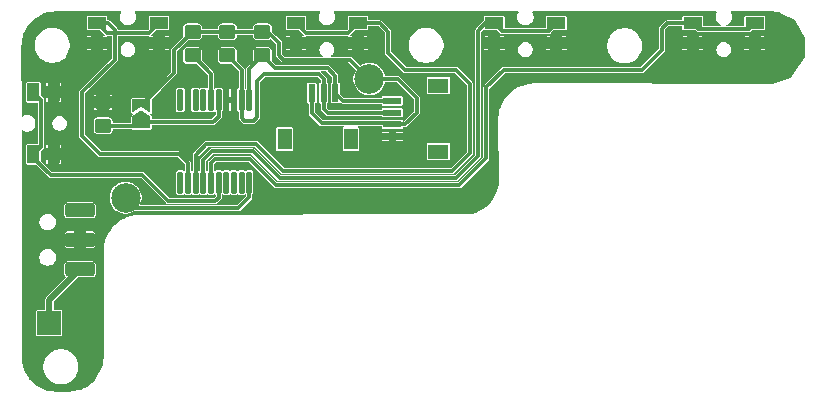
<source format=gbr>
%TF.GenerationSoftware,KiCad,Pcbnew,9.0.0*%
%TF.CreationDate,2025-07-21T10:24:21-07:00*%
%TF.ProjectId,chordlet,63686f72-646c-4657-942e-6b696361645f,rev?*%
%TF.SameCoordinates,Original*%
%TF.FileFunction,Copper,L1,Top*%
%TF.FilePolarity,Positive*%
%FSLAX46Y46*%
G04 Gerber Fmt 4.6, Leading zero omitted, Abs format (unit mm)*
G04 Created by KiCad (PCBNEW 9.0.0) date 2025-07-21 10:24:21*
%MOMM*%
%LPD*%
G01*
G04 APERTURE LIST*
G04 Aperture macros list*
%AMRoundRect*
0 Rectangle with rounded corners*
0 $1 Rounding radius*
0 $2 $3 $4 $5 $6 $7 $8 $9 X,Y pos of 4 corners*
0 Add a 4 corners polygon primitive as box body*
4,1,4,$2,$3,$4,$5,$6,$7,$8,$9,$2,$3,0*
0 Add four circle primitives for the rounded corners*
1,1,$1+$1,$2,$3*
1,1,$1+$1,$4,$5*
1,1,$1+$1,$6,$7*
1,1,$1+$1,$8,$9*
0 Add four rect primitives between the rounded corners*
20,1,$1+$1,$2,$3,$4,$5,0*
20,1,$1+$1,$4,$5,$6,$7,0*
20,1,$1+$1,$6,$7,$8,$9,0*
20,1,$1+$1,$8,$9,$2,$3,0*%
%AMFreePoly0*
4,1,6,1.000000,0.000000,0.500000,-0.750000,-0.500000,-0.750000,-0.500000,0.750000,0.500000,0.750000,1.000000,0.000000,1.000000,0.000000,$1*%
%AMFreePoly1*
4,1,6,0.500000,-0.750000,-0.650000,-0.750000,-0.150000,0.000000,-0.650000,0.750000,0.500000,0.750000,0.500000,-0.750000,0.500000,-0.750000,$1*%
G04 Aperture macros list end*
%TA.AperFunction,SMDPad,CuDef*%
%ADD10R,0.600000X1.550000*%
%TD*%
%TA.AperFunction,SMDPad,CuDef*%
%ADD11R,1.200000X1.800000*%
%TD*%
%TA.AperFunction,SMDPad,CuDef*%
%ADD12R,1.550000X0.600000*%
%TD*%
%TA.AperFunction,SMDPad,CuDef*%
%ADD13R,1.800000X1.200000*%
%TD*%
%TA.AperFunction,SMDPad,CuDef*%
%ADD14RoundRect,0.240000X-1.010000X0.360000X-1.010000X-0.360000X1.010000X-0.360000X1.010000X0.360000X0*%
%TD*%
%TA.AperFunction,SMDPad,CuDef*%
%ADD15R,1.550000X1.000000*%
%TD*%
%TA.AperFunction,SMDPad,CuDef*%
%ADD16RoundRect,0.125000X-0.125000X0.825000X-0.125000X-0.825000X0.125000X-0.825000X0.125000X0.825000X0*%
%TD*%
%TA.AperFunction,SMDPad,CuDef*%
%ADD17RoundRect,0.250000X-0.450000X0.350000X-0.450000X-0.350000X0.450000X-0.350000X0.450000X0.350000X0*%
%TD*%
%TA.AperFunction,SMDPad,CuDef*%
%ADD18FreePoly0,90.000000*%
%TD*%
%TA.AperFunction,SMDPad,CuDef*%
%ADD19FreePoly1,90.000000*%
%TD*%
%TA.AperFunction,SMDPad,CuDef*%
%ADD20R,2.000000X2.000000*%
%TD*%
%TA.AperFunction,SMDPad,CuDef*%
%ADD21R,1.000000X1.550000*%
%TD*%
%TA.AperFunction,ViaPad*%
%ADD22C,2.500000*%
%TD*%
%TA.AperFunction,Conductor*%
%ADD23C,0.300000*%
%TD*%
%TA.AperFunction,Conductor*%
%ADD24C,0.500000*%
%TD*%
G04 APERTURE END LIST*
D10*
%TO.P,J1,1,Pin_1*%
%TO.N,GND*%
X211419000Y-89594000D03*
%TO.P,J1,2,Pin_2*%
%TO.N,VCC*%
X212419000Y-89594000D03*
%TO.P,J1,3,Pin_3*%
%TO.N,/SDA*%
X213419000Y-89594000D03*
%TO.P,J1,4,Pin_4*%
%TO.N,/SCL*%
X214419000Y-89594000D03*
D11*
%TO.P,J1,5,Pin_5*%
%TO.N,unconnected-(J1-Pin_5-Pad5)*%
X210119000Y-93494000D03*
%TO.P,J1,6,Pin_6*%
%TO.N,unconnected-(J1-Pin_6-Pad6)*%
X215719000Y-93494000D03*
%TD*%
D12*
%TO.P,J2,1,Pin_1*%
%TO.N,GND*%
X219244000Y-93250000D03*
%TO.P,J2,2,Pin_2*%
%TO.N,VCC*%
X219244000Y-92250000D03*
%TO.P,J2,3,Pin_3*%
%TO.N,/SDA*%
X219244000Y-91250000D03*
%TO.P,J2,4,Pin_4*%
%TO.N,/SCL*%
X219244000Y-90250000D03*
D13*
%TO.P,J2,5,Pin_5*%
%TO.N,unconnected-(J2-Pin_5-Pad5)*%
X223144000Y-94550000D03*
%TO.P,J2,6,Pin_6*%
%TO.N,unconnected-(J2-Pin_6-Pad6)*%
X223144000Y-88950000D03*
%TD*%
D14*
%TO.P,SW5,1,A*%
%TO.N,unconnected-(SW5A-A-Pad1)*%
X192800000Y-99500000D03*
%TO.P,SW5,2,B*%
%TO.N,GND*%
X192800000Y-102000000D03*
%TO.P,SW5,3,C*%
%TO.N,Net-(J3-Pin_1)*%
X192800000Y-104500000D03*
%TD*%
D15*
%TO.P,SW3,1,1*%
%TO.N,/pinky*%
X244675000Y-83675000D03*
X249925000Y-83675000D03*
%TO.P,SW3,2,2*%
%TO.N,GND*%
X244675000Y-85375000D03*
X249925000Y-85375000D03*
%TD*%
D16*
%TO.P,U1,1,SCL*%
%TO.N,/SCL*%
X207125000Y-90175000D03*
%TO.P,U1,2,SDA*%
%TO.N,/SDA*%
X206475000Y-90175000D03*
%TO.P,U1,3,A2*%
%TO.N,GND*%
X205825000Y-90175000D03*
%TO.P,U1,4,A1*%
X205175000Y-90175000D03*
%TO.P,U1,5,A0*%
%TO.N,/A0*%
X204525000Y-90175000D03*
%TO.P,U1,6,~{RESET}*%
%TO.N,Net-(U1-~{RESET})*%
X203875000Y-90175000D03*
%TO.P,U1,7,NC*%
%TO.N,unconnected-(U1-NC-Pad7)*%
X203225000Y-90175000D03*
%TO.P,U1,8,INT*%
%TO.N,unconnected-(U1-INT-Pad8)*%
X202575000Y-90175000D03*
%TO.P,U1,9,VSS*%
%TO.N,GND*%
X201925000Y-90175000D03*
%TO.P,U1,10,NC*%
%TO.N,unconnected-(U1-NC-Pad10)*%
X201275000Y-90175000D03*
%TO.P,U1,11,NC*%
%TO.N,unconnected-(U1-NC-Pad11)*%
X201275000Y-97175000D03*
%TO.P,U1,12,GP0*%
%TO.N,/index*%
X201925000Y-97175000D03*
%TO.P,U1,13,GP1*%
%TO.N,/middle*%
X202575000Y-97175000D03*
%TO.P,U1,14,GP2*%
%TO.N,/ring*%
X203225000Y-97175000D03*
%TO.P,U1,15,GP3*%
%TO.N,/pinky*%
X203875000Y-97175000D03*
%TO.P,U1,16,GP4*%
%TO.N,/thumb*%
X204525000Y-97175000D03*
%TO.P,U1,17,GP5*%
%TO.N,unconnected-(U1-GP5-Pad17)*%
X205175000Y-97175000D03*
%TO.P,U1,18,GP6*%
%TO.N,unconnected-(U1-GP6-Pad18)*%
X205825000Y-97175000D03*
%TO.P,U1,19,GP7*%
%TO.N,unconnected-(U1-GP7-Pad19)*%
X206475000Y-97175000D03*
%TO.P,U1,20,VDD*%
%TO.N,VCC*%
X207125000Y-97175000D03*
%TD*%
D17*
%TO.P,R2,1*%
%TO.N,VCC*%
X208235000Y-84400000D03*
%TO.P,R2,2*%
%TO.N,/SCL*%
X208235000Y-86400000D03*
%TD*%
D18*
%TO.P,JP1,1,A*%
%TO.N,/A0*%
X198000000Y-92075000D03*
D19*
%TO.P,JP1,2,B*%
%TO.N,VCC*%
X198000000Y-90625000D03*
%TD*%
D17*
%TO.P,R3,1*%
%TO.N,GND*%
X194750000Y-90350000D03*
%TO.P,R3,2*%
%TO.N,/A0*%
X194750000Y-92350000D03*
%TD*%
D15*
%TO.P,SW1,1,1*%
%TO.N,/middle*%
X211070000Y-83675000D03*
X216320000Y-83675000D03*
%TO.P,SW1,2,2*%
%TO.N,GND*%
X211070000Y-85375000D03*
X216320000Y-85375000D03*
%TD*%
%TO.P,SW2,1,1*%
%TO.N,/ring*%
X227875000Y-83675000D03*
X233125000Y-83675000D03*
%TO.P,SW2,2,2*%
%TO.N,GND*%
X227875000Y-85375000D03*
X233125000Y-85375000D03*
%TD*%
D17*
%TO.P,R1,1*%
%TO.N,VCC*%
X205275000Y-84400000D03*
%TO.P,R1,2*%
%TO.N,/SDA*%
X205275000Y-86400000D03*
%TD*%
D20*
%TO.P,J3,1,Pin_1*%
%TO.N,Net-(J3-Pin_1)*%
X190200000Y-109075000D03*
%TD*%
D21*
%TO.P,SW4,1,1*%
%TO.N,/thumb*%
X188850000Y-94775000D03*
X188850000Y-89525000D03*
%TO.P,SW4,2,2*%
%TO.N,GND*%
X190550000Y-94775000D03*
X190550000Y-89525000D03*
%TD*%
D17*
%TO.P,R4,1*%
%TO.N,VCC*%
X202320000Y-84400000D03*
%TO.P,R4,2*%
%TO.N,Net-(U1-~{RESET})*%
X202320000Y-86400000D03*
%TD*%
D15*
%TO.P,SW0,1,1*%
%TO.N,/index*%
X194225000Y-83675000D03*
X199475000Y-83675000D03*
%TO.P,SW0,2,2*%
%TO.N,GND*%
X194225000Y-85375000D03*
X199475000Y-85375000D03*
%TD*%
D22*
%TO.N,VCC*%
X217300000Y-88400000D03*
X196650000Y-98450000D03*
%TD*%
D23*
%TO.N,VCC*%
X209650000Y-85350000D02*
X209650000Y-86400000D01*
X208700000Y-84400000D02*
X209650000Y-85350000D01*
X208235000Y-84400000D02*
X208700000Y-84400000D01*
X209650000Y-86400000D02*
X210000000Y-86750000D01*
X215650000Y-86750000D02*
X217300000Y-88400000D01*
X210000000Y-86750000D02*
X215650000Y-86750000D01*
%TO.N,/thumb*%
X204525000Y-97175000D02*
X204525000Y-98438315D01*
X204525000Y-98438315D02*
X204263315Y-98700000D01*
X204263315Y-98700000D02*
X200250000Y-98700000D01*
X200250000Y-98700000D02*
X198050000Y-96500000D01*
X198050000Y-96500000D02*
X190300000Y-96500000D01*
X190300000Y-96500000D02*
X188850000Y-95050000D01*
X188850000Y-95050000D02*
X188850000Y-94775000D01*
%TO.N,/SDA*%
X206475000Y-90175000D02*
X206475000Y-91725000D01*
X206700000Y-91950000D02*
X207500000Y-91950000D01*
X208400000Y-88000000D02*
X213050000Y-88000000D01*
X207800000Y-91650000D02*
X207800000Y-88600000D01*
X206475000Y-91725000D02*
X206700000Y-91950000D01*
X207500000Y-91950000D02*
X207800000Y-91650000D01*
X207800000Y-88600000D02*
X208400000Y-88000000D01*
X213050000Y-88000000D02*
X213419000Y-88369000D01*
X213419000Y-88369000D02*
X213419000Y-89594000D01*
%TO.N,/SCL*%
X214419000Y-89594000D02*
X214419000Y-88119000D01*
X214419000Y-88119000D02*
X213750000Y-87450000D01*
X213750000Y-87450000D02*
X209285000Y-87450000D01*
X209285000Y-87450000D02*
X208235000Y-86400000D01*
%TO.N,VCC*%
X212419000Y-89594000D02*
X212419000Y-91319000D01*
X212419000Y-91319000D02*
X213250000Y-92150000D01*
X213250000Y-92150000D02*
X219144000Y-92150000D01*
X219144000Y-92150000D02*
X219244000Y-92250000D01*
%TO.N,/SCL*%
X214419000Y-89594000D02*
X215075000Y-90250000D01*
%TO.N,/SDA*%
X206475000Y-87600000D02*
X206475000Y-90175000D01*
X213419000Y-89594000D02*
X213419000Y-90919000D01*
X213750000Y-91250000D02*
X213419000Y-90919000D01*
X219244000Y-91250000D02*
X213750000Y-91250000D01*
X205275000Y-86400000D02*
X206475000Y-87600000D01*
%TO.N,/SCL*%
X207125000Y-90175000D02*
X207125000Y-87510000D01*
X219244000Y-90250000D02*
X215075000Y-90250000D01*
X207125000Y-87510000D02*
X208235000Y-86400000D01*
%TO.N,VCC*%
X221300000Y-90000000D02*
X219700000Y-88400000D01*
X219700000Y-88400000D02*
X217300000Y-88400000D01*
X197550000Y-99350000D02*
X206200000Y-99350000D01*
X206200000Y-99350000D02*
X207125000Y-98425000D01*
X220319000Y-92250000D02*
X221300000Y-91269000D01*
X221300000Y-91269000D02*
X221300000Y-90000000D01*
X198000000Y-90625000D02*
X200750000Y-87875000D01*
X196650000Y-98450000D02*
X197550000Y-99350000D01*
X202320000Y-84400000D02*
X205275000Y-84400000D01*
X200750000Y-85970000D02*
X202320000Y-84400000D01*
X200750000Y-87875000D02*
X200750000Y-85970000D01*
X207125000Y-98425000D02*
X207125000Y-97175000D01*
X219244000Y-92250000D02*
X220319000Y-92250000D01*
X205275000Y-84400000D02*
X208235000Y-84400000D01*
D24*
%TO.N,Net-(J3-Pin_1)*%
X190200000Y-107100000D02*
X192800000Y-104500000D01*
X190200000Y-109075000D02*
X190200000Y-107100000D01*
D23*
%TO.N,/A0*%
X197725000Y-92350000D02*
X198000000Y-92075000D01*
X204525000Y-91575000D02*
X204525000Y-90175000D01*
X204025000Y-92075000D02*
X204525000Y-91575000D01*
X194750000Y-92350000D02*
X197725000Y-92350000D01*
X198000000Y-92075000D02*
X204025000Y-92075000D01*
%TO.N,Net-(U1-~{RESET})*%
X203875000Y-87955000D02*
X203875000Y-90175000D01*
X202320000Y-86400000D02*
X203875000Y-87955000D01*
%TO.N,/index*%
X193000000Y-89500000D02*
X195750000Y-86750000D01*
X193000000Y-93250000D02*
X193000000Y-89500000D01*
X201925000Y-97175000D02*
X201925000Y-95525000D01*
X194225000Y-83675000D02*
X195050000Y-84500000D01*
X195750000Y-84250000D02*
X195175000Y-83675000D01*
X194500000Y-94750000D02*
X193000000Y-93250000D01*
X195050000Y-84500000D02*
X198650000Y-84500000D01*
X198650000Y-84500000D02*
X199475000Y-83675000D01*
X195750000Y-86750000D02*
X195750000Y-84250000D01*
X195175000Y-83675000D02*
X194225000Y-83675000D01*
X201925000Y-95525000D02*
X201150000Y-94750000D01*
X201150000Y-94750000D02*
X194500000Y-94750000D01*
%TO.N,/middle*%
X210000000Y-96200000D02*
X207700000Y-93900000D01*
X211070000Y-83675000D02*
X211895000Y-84500000D01*
X203500000Y-93900000D02*
X202575000Y-94825000D01*
X216320000Y-83675000D02*
X218175000Y-83675000D01*
X211895000Y-84500000D02*
X215495000Y-84500000D01*
X225800000Y-88800000D02*
X225800000Y-94700000D01*
X220310000Y-87600000D02*
X224600000Y-87600000D01*
X218900000Y-86190000D02*
X220310000Y-87600000D01*
X218175000Y-83675000D02*
X218900000Y-84400000D01*
X202575000Y-94825000D02*
X202575000Y-97175000D01*
X207700000Y-93900000D02*
X203500000Y-93900000D01*
X224300000Y-96200000D02*
X210000000Y-96200000D01*
X215495000Y-84500000D02*
X216320000Y-83675000D01*
X224600000Y-87600000D02*
X225800000Y-88800000D01*
X218900000Y-84400000D02*
X218900000Y-86190000D01*
X225800000Y-94700000D02*
X224300000Y-96200000D01*
%TO.N,/ring*%
X227125000Y-83675000D02*
X226500000Y-84300000D01*
X227875000Y-83675000D02*
X228500000Y-84300000D01*
X203995739Y-94500000D02*
X203225000Y-95270739D01*
X224600000Y-96800000D02*
X209700000Y-96800000D01*
X209700000Y-96800000D02*
X207400000Y-94500000D01*
X226500000Y-94900000D02*
X224600000Y-96800000D01*
X228475000Y-83675000D02*
X227875000Y-83675000D01*
X232500000Y-84300000D02*
X233125000Y-83675000D01*
X203225000Y-95270739D02*
X203225000Y-97175000D01*
X226500000Y-84300000D02*
X226500000Y-94900000D01*
X228500000Y-84300000D02*
X232500000Y-84300000D01*
X207400000Y-94500000D02*
X203995739Y-94500000D01*
X227875000Y-83675000D02*
X227125000Y-83675000D01*
%TO.N,/pinky*%
X249450000Y-84150000D02*
X249925000Y-83675000D01*
X204200000Y-95200000D02*
X207200000Y-95200000D01*
X227200000Y-89100000D02*
X228700000Y-87600000D01*
X242525000Y-83675000D02*
X244675000Y-83675000D01*
X244675000Y-83675000D02*
X245150000Y-84150000D01*
X203875000Y-97175000D02*
X203875000Y-95525000D01*
X240400000Y-87600000D02*
X242050000Y-85950000D01*
X242050000Y-85950000D02*
X242050000Y-84150000D01*
X227200000Y-95100000D02*
X227200000Y-89100000D01*
X224899000Y-97401000D02*
X227200000Y-95100000D01*
X245150000Y-84150000D02*
X249450000Y-84150000D01*
X228700000Y-87600000D02*
X240400000Y-87600000D01*
X203875000Y-95525000D02*
X204200000Y-95200000D01*
X242050000Y-84150000D02*
X242525000Y-83675000D01*
X209401000Y-97401000D02*
X224899000Y-97401000D01*
X207200000Y-95200000D02*
X209401000Y-97401000D01*
%TO.N,/thumb*%
X188850000Y-89525000D02*
X189500000Y-90175000D01*
X189500000Y-94125000D02*
X188850000Y-94775000D01*
X189500000Y-90175000D02*
X189500000Y-94125000D01*
%TD*%
%TA.AperFunction,Conductor*%
%TO.N,GND*%
G36*
X251379863Y-82675727D02*
G01*
X251697921Y-82696582D01*
X251703314Y-82697239D01*
X251936847Y-82739006D01*
X251948935Y-82742836D01*
X252428375Y-82966575D01*
X253145199Y-83301093D01*
X253153067Y-83305701D01*
X253168163Y-83316546D01*
X253172412Y-83319973D01*
X253292270Y-83428212D01*
X253301887Y-83440120D01*
X254179914Y-84965113D01*
X254185765Y-84981404D01*
X254199316Y-85061659D01*
X254200000Y-85069817D01*
X254200000Y-86374801D01*
X254199240Y-86383399D01*
X254172208Y-86535071D01*
X254164918Y-86553383D01*
X253093120Y-88184380D01*
X253080383Y-88197533D01*
X252941963Y-88295011D01*
X252930058Y-88301155D01*
X251622679Y-88762583D01*
X251609104Y-88765300D01*
X251341223Y-88780262D01*
X251338490Y-88780338D01*
X251338001Y-88780338D01*
X231333292Y-88768577D01*
X231333150Y-88768559D01*
X231326804Y-88768559D01*
X231300358Y-88768559D01*
X231279944Y-88768547D01*
X231279897Y-88768566D01*
X231275068Y-88768568D01*
X231275062Y-88768565D01*
X231275037Y-88768568D01*
X231138538Y-88768528D01*
X231138325Y-88768528D01*
X231138324Y-88768528D01*
X231138322Y-88768528D01*
X231138320Y-88768528D01*
X230870534Y-88796512D01*
X230816976Y-88802109D01*
X230737946Y-88818807D01*
X230500853Y-88868903D01*
X230193392Y-88968187D01*
X230193388Y-88968189D01*
X229897904Y-89098890D01*
X229897888Y-89098898D01*
X229617622Y-89259580D01*
X229617600Y-89259594D01*
X229355535Y-89448543D01*
X229355523Y-89448553D01*
X229118772Y-89659912D01*
X229114496Y-89663729D01*
X228897135Y-89902788D01*
X228897134Y-89902790D01*
X228705803Y-90163136D01*
X228705800Y-90163140D01*
X228597126Y-90348760D01*
X228542855Y-90441457D01*
X228542556Y-90441967D01*
X228409172Y-90736251D01*
X228307095Y-91042799D01*
X228237429Y-91358288D01*
X228237428Y-91358296D01*
X228237428Y-91358297D01*
X228235842Y-91372245D01*
X228200926Y-91679320D01*
X228200925Y-91679331D01*
X228199643Y-91825058D01*
X228199643Y-91825064D01*
X228199596Y-91830276D01*
X228199311Y-91830986D01*
X228199456Y-91845979D01*
X228199452Y-91846491D01*
X228199452Y-91846499D01*
X228199224Y-91871501D01*
X228199741Y-91875422D01*
X228249471Y-96993821D01*
X228249370Y-96997473D01*
X228228730Y-97315282D01*
X228228073Y-97320705D01*
X228172301Y-97633579D01*
X228171044Y-97638896D01*
X228107824Y-97852342D01*
X228107121Y-97854523D01*
X228053327Y-98009181D01*
X228052188Y-98012143D01*
X227955336Y-98241537D01*
X227952934Y-98246444D01*
X227797497Y-98523641D01*
X227794564Y-98528250D01*
X227609227Y-98786432D01*
X227605798Y-98790685D01*
X227392891Y-99026612D01*
X227389011Y-99030458D01*
X227151143Y-99241236D01*
X227146858Y-99244625D01*
X226887025Y-99427598D01*
X226882390Y-99430490D01*
X226603786Y-99583412D01*
X226598858Y-99585769D01*
X226304979Y-99706719D01*
X226299819Y-99708514D01*
X225994289Y-99796002D01*
X225988961Y-99797211D01*
X225675592Y-99850143D01*
X225670163Y-99850751D01*
X225352634Y-99868482D01*
X225349967Y-99868558D01*
X225349234Y-99868558D01*
X225349169Y-99868559D01*
X225317078Y-99868559D01*
X225316969Y-99868572D01*
X197900869Y-99880377D01*
X197899089Y-99880377D01*
X197738321Y-99880330D01*
X197738320Y-99880330D01*
X197738318Y-99880330D01*
X197738316Y-99880330D01*
X197551044Y-99899901D01*
X197416962Y-99913913D01*
X197416959Y-99913913D01*
X197416955Y-99913914D01*
X197100838Y-99980708D01*
X196793355Y-100080003D01*
X196497872Y-100210708D01*
X196217558Y-100371423D01*
X195955476Y-100560392D01*
X195955462Y-100560403D01*
X195714454Y-100775572D01*
X195714442Y-100775584D01*
X195497091Y-101014645D01*
X195380293Y-101173582D01*
X195305750Y-101275019D01*
X195195522Y-101463306D01*
X195142505Y-101553869D01*
X195009139Y-101848142D01*
X195009131Y-101848163D01*
X194907064Y-102154720D01*
X194907063Y-102154722D01*
X194837410Y-102470223D01*
X194837408Y-102470234D01*
X194827430Y-102558024D01*
X194800918Y-102791283D01*
X194800611Y-102826417D01*
X194799676Y-102933251D01*
X194799526Y-102933613D01*
X194799500Y-102953152D01*
X194799498Y-102953389D01*
X194799498Y-102953412D01*
X194799214Y-102984886D01*
X194799456Y-102986797D01*
X194787722Y-111993909D01*
X194787619Y-111997021D01*
X194766950Y-112315283D01*
X194766293Y-112320706D01*
X194714602Y-112610684D01*
X194709904Y-112624558D01*
X194062857Y-113878213D01*
X194055693Y-113888568D01*
X193931108Y-114026624D01*
X193927227Y-114030470D01*
X193773783Y-114166438D01*
X193770353Y-114169212D01*
X193404174Y-114439028D01*
X193398685Y-114442535D01*
X193142004Y-114583426D01*
X193137075Y-114585783D01*
X192843200Y-114706733D01*
X192838040Y-114708528D01*
X192721956Y-114741769D01*
X192714738Y-114743259D01*
X191752373Y-114867435D01*
X191745855Y-114867837D01*
X190959405Y-114863866D01*
X190956393Y-114863758D01*
X190278477Y-114818564D01*
X190273137Y-114817913D01*
X190091415Y-114785520D01*
X190086099Y-114784263D01*
X189801810Y-114700062D01*
X189793812Y-114696906D01*
X189157028Y-114378514D01*
X189150366Y-114374493D01*
X188938566Y-114222452D01*
X188934313Y-114219024D01*
X188698375Y-114006108D01*
X188694529Y-114002227D01*
X188584638Y-113878213D01*
X188483757Y-113764365D01*
X188480369Y-113760083D01*
X188451535Y-113719137D01*
X188297382Y-113500234D01*
X188294500Y-113495614D01*
X188145220Y-113223648D01*
X188142393Y-113217531D01*
X187987162Y-112810052D01*
X187985860Y-112806142D01*
X187936531Y-112633876D01*
X189699500Y-112633876D01*
X189699500Y-112866123D01*
X189735830Y-113095511D01*
X189735831Y-113095514D01*
X189774528Y-113214613D01*
X189807600Y-113316396D01*
X189913039Y-113523331D01*
X190001904Y-113645643D01*
X190049552Y-113711225D01*
X190049556Y-113711230D01*
X190213770Y-113875444D01*
X190213774Y-113875447D01*
X190213776Y-113875449D01*
X190401669Y-114011961D01*
X190608604Y-114117400D01*
X190829486Y-114189169D01*
X191058876Y-114225500D01*
X191058877Y-114225500D01*
X191291123Y-114225500D01*
X191291124Y-114225500D01*
X191520514Y-114189169D01*
X191741396Y-114117400D01*
X191948331Y-114011961D01*
X192136224Y-113875449D01*
X192136227Y-113875445D01*
X192136230Y-113875444D01*
X192300444Y-113711230D01*
X192300445Y-113711227D01*
X192300449Y-113711224D01*
X192436961Y-113523331D01*
X192542400Y-113316396D01*
X192614169Y-113095514D01*
X192650500Y-112866124D01*
X192650500Y-112633876D01*
X192614169Y-112404486D01*
X192542400Y-112183604D01*
X192436961Y-111976669D01*
X192300449Y-111788776D01*
X192300447Y-111788774D01*
X192300444Y-111788770D01*
X192136230Y-111624556D01*
X192136225Y-111624552D01*
X192136224Y-111624551D01*
X191948331Y-111488039D01*
X191741396Y-111382600D01*
X191741395Y-111382599D01*
X191741394Y-111382599D01*
X191520514Y-111310831D01*
X191520511Y-111310830D01*
X191344297Y-111282921D01*
X191291124Y-111274500D01*
X191058876Y-111274500D01*
X191015709Y-111281336D01*
X190829488Y-111310830D01*
X190829485Y-111310831D01*
X190608605Y-111382599D01*
X190401669Y-111488039D01*
X190213774Y-111624552D01*
X190049552Y-111788774D01*
X189913039Y-111976669D01*
X189807599Y-112183605D01*
X189735831Y-112404485D01*
X189735830Y-112404488D01*
X189699500Y-112633876D01*
X187936531Y-112633876D01*
X187928978Y-112607498D01*
X187927772Y-112602181D01*
X187907104Y-112479828D01*
X187874837Y-112288807D01*
X187874230Y-112283383D01*
X187873051Y-112262270D01*
X187856429Y-111964640D01*
X187856355Y-111961998D01*
X187856355Y-111936414D01*
X187856355Y-111930103D01*
X187856331Y-111929923D01*
X187853545Y-108065095D01*
X189099500Y-108065095D01*
X189099500Y-110084894D01*
X189099501Y-110084898D01*
X189105331Y-110114213D01*
X189105331Y-110114214D01*
X189105332Y-110114215D01*
X189105332Y-110114216D01*
X189127542Y-110147456D01*
X189127543Y-110147457D01*
X189160787Y-110169669D01*
X189190101Y-110175500D01*
X191209898Y-110175499D01*
X191239213Y-110169669D01*
X191272457Y-110147457D01*
X191294669Y-110114213D01*
X191300500Y-110084899D01*
X191300499Y-108065102D01*
X191294669Y-108035787D01*
X191294667Y-108035784D01*
X191294667Y-108035783D01*
X191272457Y-108002543D01*
X191239212Y-107980330D01*
X191209904Y-107974500D01*
X191209899Y-107974500D01*
X190599500Y-107974500D01*
X190564852Y-107960148D01*
X190550500Y-107925500D01*
X190550500Y-107265476D01*
X190564851Y-107230829D01*
X192580829Y-105214850D01*
X192615477Y-105200499D01*
X193849896Y-105200499D01*
X193849900Y-105200499D01*
X193899487Y-105193972D01*
X194008316Y-105143224D01*
X194093224Y-105058316D01*
X194143972Y-104949487D01*
X194150500Y-104899901D01*
X194150499Y-104100100D01*
X194143972Y-104050513D01*
X194143971Y-104050511D01*
X194095489Y-103946542D01*
X194093224Y-103941684D01*
X194093223Y-103941683D01*
X194093222Y-103941681D01*
X194008318Y-103856777D01*
X194008316Y-103856776D01*
X193899489Y-103806029D01*
X193899488Y-103806028D01*
X193889569Y-103804722D01*
X193849901Y-103799500D01*
X193849897Y-103799500D01*
X191750103Y-103799500D01*
X191750098Y-103799501D01*
X191700512Y-103806027D01*
X191591683Y-103856776D01*
X191591681Y-103856777D01*
X191506777Y-103941681D01*
X191506776Y-103941683D01*
X191456029Y-104050510D01*
X191456028Y-104050511D01*
X191456028Y-104050512D01*
X191456028Y-104050513D01*
X191449501Y-104100098D01*
X191449500Y-104100102D01*
X191449500Y-104899896D01*
X191449501Y-104899901D01*
X191456027Y-104949487D01*
X191506776Y-105058316D01*
X191506777Y-105058318D01*
X191591740Y-105143281D01*
X191606092Y-105177929D01*
X191591740Y-105212577D01*
X189919530Y-106884787D01*
X189873386Y-106964709D01*
X189873385Y-106964713D01*
X189849500Y-107053853D01*
X189849500Y-107925500D01*
X189835148Y-107960148D01*
X189800500Y-107974500D01*
X189190105Y-107974500D01*
X189190104Y-107974500D01*
X189190102Y-107974501D01*
X189160787Y-107980331D01*
X189160786Y-107980331D01*
X189160784Y-107980332D01*
X189160783Y-107980332D01*
X189127543Y-108002542D01*
X189105330Y-108035786D01*
X189105330Y-108035787D01*
X189099500Y-108065095D01*
X187853545Y-108065095D01*
X187850205Y-103431001D01*
X189349500Y-103431001D01*
X189349500Y-103568998D01*
X189376417Y-103704318D01*
X189376420Y-103704329D01*
X189429223Y-103831807D01*
X189429225Y-103831811D01*
X189445906Y-103856776D01*
X189505883Y-103946539D01*
X189603460Y-104044116D01*
X189649102Y-104074613D01*
X189718189Y-104120775D01*
X189845672Y-104173580D01*
X189845678Y-104173581D01*
X189845681Y-104173582D01*
X189981001Y-104200499D01*
X189981007Y-104200500D01*
X190118993Y-104200500D01*
X190254328Y-104173580D01*
X190381811Y-104120775D01*
X190496542Y-104044114D01*
X190594114Y-103946542D01*
X190670775Y-103831811D01*
X190723580Y-103704328D01*
X190750500Y-103568993D01*
X190750500Y-103431007D01*
X190723580Y-103295672D01*
X190670775Y-103168189D01*
X190624613Y-103099102D01*
X190594116Y-103053460D01*
X190496539Y-102955883D01*
X190428074Y-102910137D01*
X190381811Y-102879225D01*
X190381808Y-102879223D01*
X190381807Y-102879223D01*
X190254329Y-102826420D01*
X190254318Y-102826417D01*
X190118998Y-102799500D01*
X190118993Y-102799500D01*
X189981007Y-102799500D01*
X189981001Y-102799500D01*
X189845681Y-102826417D01*
X189845670Y-102826420D01*
X189718192Y-102879223D01*
X189603460Y-102955883D01*
X189505883Y-103053460D01*
X189429223Y-103168192D01*
X189376420Y-103295670D01*
X189376417Y-103295681D01*
X189349500Y-103431001D01*
X187850205Y-103431001D01*
X187849534Y-102500000D01*
X191480135Y-102500000D01*
X191507192Y-102558024D01*
X191507193Y-102558026D01*
X191591973Y-102642806D01*
X191591975Y-102642807D01*
X191700642Y-102693480D01*
X191750163Y-102700000D01*
X192300000Y-102700000D01*
X193300000Y-102700000D01*
X193849836Y-102700000D01*
X193899357Y-102693480D01*
X194008024Y-102642807D01*
X194008026Y-102642806D01*
X194092806Y-102558026D01*
X194092807Y-102558024D01*
X194119865Y-102500000D01*
X193300000Y-102500000D01*
X193300000Y-102700000D01*
X192300000Y-102700000D01*
X192300000Y-102500000D01*
X191480135Y-102500000D01*
X187849534Y-102500000D01*
X187848813Y-101499999D01*
X191480134Y-101499999D01*
X191480135Y-101500000D01*
X192300000Y-101500000D01*
X193300000Y-101500000D01*
X194119865Y-101500000D01*
X194119865Y-101499999D01*
X194092807Y-101441975D01*
X194092806Y-101441973D01*
X194008026Y-101357193D01*
X194008024Y-101357192D01*
X193899357Y-101306519D01*
X193849836Y-101300000D01*
X193300000Y-101300000D01*
X193300000Y-101500000D01*
X192300000Y-101500000D01*
X192300000Y-101300000D01*
X191750164Y-101300000D01*
X191700642Y-101306519D01*
X191591975Y-101357192D01*
X191591973Y-101357193D01*
X191507193Y-101441973D01*
X191507192Y-101441975D01*
X191480134Y-101499999D01*
X187848813Y-101499999D01*
X187848042Y-100431001D01*
X189349500Y-100431001D01*
X189349500Y-100568998D01*
X189376417Y-100704318D01*
X189376420Y-100704328D01*
X189429225Y-100831811D01*
X189460137Y-100878074D01*
X189505883Y-100946539D01*
X189603460Y-101044116D01*
X189649102Y-101074613D01*
X189718189Y-101120775D01*
X189845672Y-101173580D01*
X189845678Y-101173581D01*
X189845681Y-101173582D01*
X189981001Y-101200499D01*
X189981007Y-101200500D01*
X190118993Y-101200500D01*
X190254328Y-101173580D01*
X190381811Y-101120775D01*
X190496542Y-101044114D01*
X190594114Y-100946542D01*
X190670775Y-100831811D01*
X190723580Y-100704328D01*
X190750500Y-100568993D01*
X190750500Y-100431007D01*
X190738648Y-100371423D01*
X190723582Y-100295681D01*
X190723579Y-100295670D01*
X190670775Y-100168189D01*
X190611851Y-100080003D01*
X190594116Y-100053460D01*
X190496539Y-99955883D01*
X190428074Y-99910137D01*
X190381811Y-99879225D01*
X190381808Y-99879223D01*
X190381807Y-99879223D01*
X190254329Y-99826420D01*
X190254318Y-99826417D01*
X190118998Y-99799500D01*
X190118993Y-99799500D01*
X189981007Y-99799500D01*
X189981001Y-99799500D01*
X189845681Y-99826417D01*
X189845670Y-99826420D01*
X189718192Y-99879223D01*
X189603460Y-99955883D01*
X189505883Y-100053460D01*
X189429223Y-100168192D01*
X189376420Y-100295670D01*
X189376417Y-100295681D01*
X189349500Y-100431001D01*
X187848042Y-100431001D01*
X187847083Y-99100102D01*
X191449500Y-99100102D01*
X191449500Y-99899896D01*
X191449501Y-99899901D01*
X191456027Y-99949487D01*
X191506776Y-100058316D01*
X191506777Y-100058318D01*
X191591681Y-100143222D01*
X191591683Y-100143223D01*
X191591684Y-100143224D01*
X191700513Y-100193972D01*
X191750099Y-100200500D01*
X193849900Y-100200499D01*
X193899487Y-100193972D01*
X194008316Y-100143224D01*
X194093224Y-100058316D01*
X194143972Y-99949487D01*
X194150500Y-99899901D01*
X194150499Y-99100100D01*
X194143972Y-99050513D01*
X194143971Y-99050511D01*
X194105688Y-98968413D01*
X194093224Y-98941684D01*
X194093223Y-98941683D01*
X194093222Y-98941681D01*
X194008318Y-98856777D01*
X194008316Y-98856776D01*
X193899489Y-98806029D01*
X193899488Y-98806028D01*
X193889569Y-98804722D01*
X193849901Y-98799500D01*
X193849897Y-98799500D01*
X191750103Y-98799500D01*
X191750098Y-98799501D01*
X191700512Y-98806027D01*
X191591683Y-98856776D01*
X191591681Y-98856777D01*
X191506777Y-98941681D01*
X191506776Y-98941683D01*
X191456029Y-99050510D01*
X191456028Y-99050511D01*
X191456028Y-99050512D01*
X191456028Y-99050513D01*
X191449501Y-99100098D01*
X191449500Y-99100102D01*
X187847083Y-99100102D01*
X187842514Y-92761803D01*
X187856841Y-92727147D01*
X187891479Y-92712770D01*
X187918737Y-92721028D01*
X187927895Y-92727147D01*
X187993189Y-92770775D01*
X188120672Y-92823580D01*
X188120678Y-92823581D01*
X188120681Y-92823582D01*
X188256001Y-92850499D01*
X188256007Y-92850500D01*
X188393993Y-92850500D01*
X188529328Y-92823580D01*
X188656811Y-92770775D01*
X188771542Y-92694114D01*
X188869114Y-92596542D01*
X188945775Y-92481811D01*
X188998580Y-92354328D01*
X189025500Y-92218993D01*
X189025500Y-92081007D01*
X189009035Y-91998231D01*
X188998582Y-91945681D01*
X188998579Y-91945670D01*
X188996274Y-91940105D01*
X188945775Y-91818189D01*
X188878095Y-91716899D01*
X188869116Y-91703460D01*
X188771539Y-91605883D01*
X188702712Y-91559895D01*
X188656811Y-91529225D01*
X188656808Y-91529223D01*
X188656807Y-91529223D01*
X188529329Y-91476420D01*
X188529318Y-91476417D01*
X188393998Y-91449500D01*
X188393993Y-91449500D01*
X188256007Y-91449500D01*
X188256001Y-91449500D01*
X188120681Y-91476417D01*
X188120670Y-91476420D01*
X187993192Y-91529223D01*
X187917856Y-91579561D01*
X187881073Y-91586877D01*
X187849891Y-91566042D01*
X187841633Y-91538854D01*
X187841620Y-91521229D01*
X187837321Y-85555501D01*
X187837424Y-85552295D01*
X187843491Y-85458876D01*
X187845115Y-85433876D01*
X188974500Y-85433876D01*
X188974500Y-85666123D01*
X189010830Y-85895511D01*
X189010831Y-85895514D01*
X189077464Y-86100591D01*
X189082600Y-86116396D01*
X189188039Y-86323331D01*
X189324551Y-86511224D01*
X189324552Y-86511225D01*
X189324556Y-86511230D01*
X189488770Y-86675444D01*
X189488774Y-86675447D01*
X189488776Y-86675449D01*
X189676669Y-86811961D01*
X189883604Y-86917400D01*
X190104486Y-86989169D01*
X190333876Y-87025500D01*
X190333877Y-87025500D01*
X190566123Y-87025500D01*
X190566124Y-87025500D01*
X190795514Y-86989169D01*
X191016396Y-86917400D01*
X191223331Y-86811961D01*
X191411224Y-86675449D01*
X191411227Y-86675445D01*
X191411230Y-86675444D01*
X191575444Y-86511230D01*
X191575445Y-86511227D01*
X191575449Y-86511224D01*
X191711961Y-86323331D01*
X191817400Y-86116396D01*
X191889169Y-85895514D01*
X191890859Y-85884845D01*
X193350001Y-85884845D01*
X193355802Y-85914018D01*
X193355804Y-85914022D01*
X193377904Y-85947097D01*
X193410980Y-85969197D01*
X193440154Y-85974999D01*
X193724999Y-85974999D01*
X194725000Y-85974999D01*
X195009845Y-85974999D01*
X195009845Y-85974998D01*
X195039018Y-85969197D01*
X195039022Y-85969195D01*
X195072097Y-85947095D01*
X195094197Y-85914019D01*
X195100000Y-85884845D01*
X195100000Y-85875000D01*
X194725000Y-85875000D01*
X194725000Y-85974999D01*
X193724999Y-85974999D01*
X193725000Y-85974998D01*
X193725000Y-85875000D01*
X193350001Y-85875000D01*
X193350001Y-85884845D01*
X191890859Y-85884845D01*
X191894700Y-85860591D01*
X191896847Y-85847039D01*
X191925500Y-85666123D01*
X191925500Y-85433876D01*
X191924692Y-85428775D01*
X191889169Y-85204486D01*
X191817400Y-84983604D01*
X191757047Y-84865154D01*
X193350000Y-84865154D01*
X193350000Y-84875000D01*
X193725000Y-84875000D01*
X193725000Y-84775000D01*
X193440155Y-84775000D01*
X193440154Y-84775001D01*
X193410981Y-84780802D01*
X193410977Y-84780804D01*
X193377902Y-84802904D01*
X193355802Y-84835980D01*
X193350000Y-84865154D01*
X191757047Y-84865154D01*
X191711961Y-84776669D01*
X191575449Y-84588776D01*
X191575447Y-84588774D01*
X191575444Y-84588770D01*
X191411230Y-84424556D01*
X191411225Y-84424552D01*
X191411224Y-84424551D01*
X191223331Y-84288039D01*
X191016396Y-84182600D01*
X191016395Y-84182599D01*
X191016394Y-84182599D01*
X190795514Y-84110831D01*
X190795511Y-84110830D01*
X190619297Y-84082921D01*
X190566124Y-84074500D01*
X190333876Y-84074500D01*
X190290709Y-84081336D01*
X190104488Y-84110830D01*
X190104485Y-84110831D01*
X189883605Y-84182599D01*
X189676669Y-84288039D01*
X189488774Y-84424552D01*
X189324552Y-84588774D01*
X189188039Y-84776669D01*
X189082599Y-84983605D01*
X189010831Y-85204485D01*
X189010830Y-85204488D01*
X188974500Y-85433876D01*
X187845115Y-85433876D01*
X187858050Y-85234707D01*
X187858704Y-85229301D01*
X187914479Y-84916412D01*
X187915736Y-84911099D01*
X187929344Y-84865154D01*
X188005995Y-84606358D01*
X188007826Y-84601243D01*
X188131447Y-84308446D01*
X188133838Y-84303562D01*
X188285587Y-84032940D01*
X188287848Y-84029297D01*
X188309085Y-83998259D01*
X188309582Y-83997550D01*
X188477553Y-83763558D01*
X188480968Y-83759320D01*
X188693902Y-83523363D01*
X188697761Y-83519539D01*
X188935642Y-83308749D01*
X188939904Y-83305377D01*
X189199773Y-83122376D01*
X189204376Y-83119505D01*
X189483000Y-82966570D01*
X189487912Y-82964221D01*
X189781805Y-82843264D01*
X189786954Y-82841472D01*
X190092501Y-82753978D01*
X190097807Y-82752774D01*
X190411194Y-82699837D01*
X190416609Y-82699230D01*
X190733785Y-82681517D01*
X190736448Y-82681442D01*
X196229272Y-82680915D01*
X196263921Y-82695263D01*
X196278276Y-82729910D01*
X196270018Y-82757138D01*
X196229223Y-82818192D01*
X196176420Y-82945670D01*
X196176417Y-82945681D01*
X196149500Y-83081001D01*
X196149500Y-83218998D01*
X196176417Y-83354318D01*
X196176420Y-83354329D01*
X196191315Y-83390289D01*
X196229225Y-83481811D01*
X196255640Y-83521344D01*
X196305883Y-83596539D01*
X196403460Y-83694116D01*
X196449102Y-83724613D01*
X196518189Y-83770775D01*
X196645672Y-83823580D01*
X196645678Y-83823581D01*
X196645681Y-83823582D01*
X196781001Y-83850499D01*
X196781007Y-83850500D01*
X196918993Y-83850500D01*
X197054328Y-83823580D01*
X197181811Y-83770775D01*
X197296542Y-83694114D01*
X197394114Y-83596542D01*
X197470775Y-83481811D01*
X197523580Y-83354328D01*
X197550500Y-83218993D01*
X197550500Y-83081007D01*
X197550366Y-83080331D01*
X197523582Y-82945681D01*
X197523579Y-82945670D01*
X197470775Y-82818189D01*
X197429901Y-82757018D01*
X197422586Y-82720236D01*
X197443421Y-82689054D01*
X197470637Y-82680796D01*
X213075352Y-82679298D01*
X213110001Y-82693646D01*
X213124356Y-82728293D01*
X213116098Y-82755520D01*
X213074225Y-82818187D01*
X213074223Y-82818191D01*
X213021420Y-82945670D01*
X213021417Y-82945681D01*
X212994500Y-83081001D01*
X212994500Y-83218998D01*
X213021417Y-83354318D01*
X213021420Y-83354329D01*
X213036315Y-83390289D01*
X213074225Y-83481811D01*
X213100640Y-83521344D01*
X213150883Y-83596539D01*
X213248460Y-83694116D01*
X213294102Y-83724613D01*
X213363189Y-83770775D01*
X213490672Y-83823580D01*
X213490678Y-83823581D01*
X213490681Y-83823582D01*
X213626001Y-83850499D01*
X213626007Y-83850500D01*
X213763993Y-83850500D01*
X213899328Y-83823580D01*
X214026811Y-83770775D01*
X214141542Y-83694114D01*
X214239114Y-83596542D01*
X214315775Y-83481811D01*
X214368580Y-83354328D01*
X214395500Y-83218993D01*
X214395500Y-83081007D01*
X214395366Y-83080331D01*
X214368582Y-82945681D01*
X214368579Y-82945670D01*
X214315775Y-82818189D01*
X214273822Y-82755402D01*
X214266506Y-82718619D01*
X214287341Y-82687437D01*
X214314557Y-82679179D01*
X229881430Y-82677685D01*
X229916079Y-82692033D01*
X229930434Y-82726680D01*
X229922176Y-82753908D01*
X229879223Y-82818192D01*
X229826420Y-82945670D01*
X229826417Y-82945681D01*
X229799500Y-83081001D01*
X229799500Y-83218998D01*
X229826417Y-83354318D01*
X229826420Y-83354329D01*
X229841315Y-83390289D01*
X229879225Y-83481811D01*
X229905640Y-83521344D01*
X229955883Y-83596539D01*
X230053460Y-83694116D01*
X230099102Y-83724613D01*
X230168189Y-83770775D01*
X230295672Y-83823580D01*
X230295678Y-83823581D01*
X230295681Y-83823582D01*
X230431001Y-83850499D01*
X230431007Y-83850500D01*
X230568993Y-83850500D01*
X230704328Y-83823580D01*
X230831811Y-83770775D01*
X230946542Y-83694114D01*
X231044114Y-83596542D01*
X231120775Y-83481811D01*
X231173580Y-83354328D01*
X231200500Y-83218993D01*
X231200500Y-83081007D01*
X231200366Y-83080331D01*
X231173582Y-82945681D01*
X231173579Y-82945670D01*
X231120775Y-82818189D01*
X231078822Y-82755402D01*
X231077745Y-82753790D01*
X231070429Y-82717007D01*
X231091264Y-82685825D01*
X231118480Y-82677567D01*
X246682507Y-82676073D01*
X246717156Y-82690421D01*
X246731511Y-82725068D01*
X246723253Y-82752296D01*
X246679223Y-82818192D01*
X246626420Y-82945670D01*
X246626417Y-82945681D01*
X246599500Y-83081001D01*
X246599500Y-83218998D01*
X246626417Y-83354318D01*
X246626420Y-83354329D01*
X246641315Y-83390289D01*
X246679225Y-83481811D01*
X246705640Y-83521344D01*
X246755883Y-83596539D01*
X246853460Y-83694116D01*
X246899102Y-83724613D01*
X246968189Y-83770775D01*
X246982346Y-83776639D01*
X247051371Y-83805230D01*
X247077890Y-83831748D01*
X247077890Y-83869251D01*
X247051372Y-83895770D01*
X247032620Y-83899500D01*
X245599500Y-83899500D01*
X245564852Y-83885148D01*
X245550500Y-83850500D01*
X245550499Y-83165105D01*
X245550499Y-83165102D01*
X245544669Y-83135787D01*
X245544667Y-83135784D01*
X245544667Y-83135783D01*
X245522457Y-83102543D01*
X245489212Y-83080330D01*
X245459901Y-83074500D01*
X243890105Y-83074500D01*
X243890104Y-83074500D01*
X243890102Y-83074501D01*
X243860787Y-83080331D01*
X243860786Y-83080331D01*
X243860784Y-83080332D01*
X243860783Y-83080332D01*
X243827543Y-83102542D01*
X243805330Y-83135786D01*
X243805330Y-83135787D01*
X243799500Y-83165095D01*
X243799500Y-83375500D01*
X243785148Y-83410148D01*
X243750500Y-83424500D01*
X242475170Y-83424500D01*
X242383101Y-83462637D01*
X242383100Y-83462637D01*
X241908103Y-83937636D01*
X241837637Y-84008100D01*
X241837637Y-84008101D01*
X241837636Y-84008102D01*
X241837636Y-84008103D01*
X241831093Y-84023898D01*
X241799500Y-84100170D01*
X241799500Y-85825943D01*
X241785148Y-85860591D01*
X240310591Y-87335148D01*
X240275943Y-87349500D01*
X228650170Y-87349500D01*
X228558101Y-87387637D01*
X228558100Y-87387637D01*
X227058103Y-88887636D01*
X226987637Y-88958100D01*
X226987637Y-88958101D01*
X226949500Y-89050170D01*
X226949500Y-94975943D01*
X226935148Y-95010591D01*
X224809591Y-97136148D01*
X224774943Y-97150500D01*
X209525057Y-97150500D01*
X209490409Y-97136148D01*
X207341899Y-94987637D01*
X207249829Y-94949500D01*
X207249828Y-94949500D01*
X204249827Y-94949500D01*
X204150172Y-94949500D01*
X204150170Y-94949500D01*
X204058101Y-94987637D01*
X204058100Y-94987637D01*
X203733103Y-95312636D01*
X203662637Y-95383100D01*
X203662637Y-95383101D01*
X203624500Y-95475170D01*
X203624500Y-96136457D01*
X203623090Y-96139858D01*
X203624002Y-96143427D01*
X203617027Y-96154497D01*
X203610148Y-96171105D01*
X203604868Y-96175681D01*
X203603809Y-96176473D01*
X203587423Y-96187423D01*
X203585659Y-96190062D01*
X203579368Y-96194773D01*
X203564332Y-96198611D01*
X203549996Y-96204549D01*
X203546595Y-96203140D01*
X203543030Y-96204051D01*
X203529692Y-96196139D01*
X203515355Y-96190200D01*
X203512580Y-96187426D01*
X203512578Y-96187424D01*
X203512577Y-96187423D01*
X203497275Y-96177198D01*
X203476441Y-96146014D01*
X203475500Y-96136457D01*
X203475500Y-95394795D01*
X203489852Y-95360147D01*
X204085147Y-94764852D01*
X204119795Y-94750500D01*
X207275943Y-94750500D01*
X207310591Y-94764852D01*
X209558100Y-97012362D01*
X209558101Y-97012362D01*
X209558103Y-97012364D01*
X209650172Y-97050500D01*
X209650174Y-97050500D01*
X224649826Y-97050500D01*
X224649828Y-97050500D01*
X224741897Y-97012364D01*
X226635004Y-95119254D01*
X226635007Y-95119253D01*
X226641896Y-95112364D01*
X226641897Y-95112364D01*
X226712364Y-95041897D01*
X226734840Y-94987636D01*
X226750501Y-94949828D01*
X226750501Y-94850172D01*
X226750501Y-94846229D01*
X226750500Y-94846215D01*
X226750500Y-85884845D01*
X227000001Y-85884845D01*
X227005802Y-85914018D01*
X227005804Y-85914022D01*
X227027904Y-85947097D01*
X227060980Y-85969197D01*
X227090154Y-85974999D01*
X227374999Y-85974999D01*
X228375000Y-85974999D01*
X228659845Y-85974999D01*
X228659845Y-85974998D01*
X228689018Y-85969197D01*
X228689022Y-85969195D01*
X228722097Y-85947095D01*
X228744197Y-85914019D01*
X228750000Y-85884845D01*
X228750000Y-85875000D01*
X228375000Y-85875000D01*
X228375000Y-85974999D01*
X227374999Y-85974999D01*
X227375000Y-85974998D01*
X227375000Y-85875000D01*
X227000001Y-85875000D01*
X227000001Y-85884845D01*
X226750500Y-85884845D01*
X226750500Y-85838394D01*
X229874500Y-85838394D01*
X229874500Y-85961606D01*
X229889642Y-86037730D01*
X229898536Y-86082449D01*
X229898539Y-86082459D01*
X229945686Y-86196280D01*
X229945687Y-86196282D01*
X229945689Y-86196286D01*
X229997201Y-86273379D01*
X230012475Y-86296239D01*
X230014142Y-86298733D01*
X230101267Y-86385858D01*
X230203714Y-86454311D01*
X230203719Y-86454313D01*
X230317540Y-86501460D01*
X230317542Y-86501460D01*
X230317548Y-86501463D01*
X230438394Y-86525500D01*
X230438397Y-86525500D01*
X230561603Y-86525500D01*
X230561606Y-86525500D01*
X230682452Y-86501463D01*
X230796286Y-86454311D01*
X230898733Y-86385858D01*
X230985858Y-86298733D01*
X231054311Y-86196286D01*
X231101463Y-86082452D01*
X231125500Y-85961606D01*
X231125500Y-85884845D01*
X232250001Y-85884845D01*
X232255802Y-85914018D01*
X232255804Y-85914022D01*
X232277904Y-85947097D01*
X232310980Y-85969197D01*
X232340154Y-85974999D01*
X232624999Y-85974999D01*
X233625000Y-85974999D01*
X233909845Y-85974999D01*
X233909845Y-85974998D01*
X233939018Y-85969197D01*
X233939022Y-85969195D01*
X233972097Y-85947095D01*
X233994197Y-85914019D01*
X234000000Y-85884845D01*
X234000000Y-85875000D01*
X233625000Y-85875000D01*
X233625000Y-85974999D01*
X232624999Y-85974999D01*
X232625000Y-85974998D01*
X232625000Y-85875000D01*
X232250001Y-85875000D01*
X232250001Y-85884845D01*
X231125500Y-85884845D01*
X231125500Y-85838394D01*
X231101463Y-85717548D01*
X231090517Y-85691123D01*
X231054313Y-85603719D01*
X231054311Y-85603714D01*
X230985858Y-85501267D01*
X230943467Y-85458876D01*
X237424500Y-85458876D01*
X237424500Y-85691123D01*
X237460830Y-85920511D01*
X237460831Y-85920514D01*
X237519341Y-86100591D01*
X237532600Y-86141396D01*
X237638039Y-86348331D01*
X237774551Y-86536224D01*
X237774552Y-86536225D01*
X237774556Y-86536230D01*
X237938770Y-86700444D01*
X237938774Y-86700447D01*
X237938776Y-86700449D01*
X238126669Y-86836961D01*
X238333604Y-86942400D01*
X238554486Y-87014169D01*
X238783876Y-87050500D01*
X238783877Y-87050500D01*
X239016123Y-87050500D01*
X239016124Y-87050500D01*
X239245514Y-87014169D01*
X239466396Y-86942400D01*
X239673331Y-86836961D01*
X239861224Y-86700449D01*
X239861227Y-86700445D01*
X239861230Y-86700444D01*
X240025444Y-86536230D01*
X240025445Y-86536227D01*
X240025449Y-86536224D01*
X240161961Y-86348331D01*
X240267400Y-86141396D01*
X240339169Y-85920514D01*
X240375500Y-85691124D01*
X240375500Y-85458876D01*
X240339169Y-85229486D01*
X240267400Y-85008604D01*
X240161961Y-84801669D01*
X240025449Y-84613776D01*
X240025447Y-84613774D01*
X240025444Y-84613770D01*
X239861230Y-84449556D01*
X239861225Y-84449552D01*
X239826821Y-84424556D01*
X239673331Y-84313039D01*
X239466396Y-84207600D01*
X239466395Y-84207599D01*
X239466394Y-84207599D01*
X239245514Y-84135831D01*
X239245511Y-84135830D01*
X239069297Y-84107921D01*
X239016124Y-84099500D01*
X238783876Y-84099500D01*
X238740709Y-84106336D01*
X238554488Y-84135830D01*
X238554485Y-84135831D01*
X238333605Y-84207599D01*
X238126669Y-84313039D01*
X237938774Y-84449552D01*
X237774552Y-84613774D01*
X237638039Y-84801669D01*
X237532599Y-85008605D01*
X237460831Y-85229485D01*
X237460830Y-85229488D01*
X237424500Y-85458876D01*
X230943467Y-85458876D01*
X230898733Y-85414142D01*
X230796286Y-85345689D01*
X230796282Y-85345687D01*
X230796280Y-85345686D01*
X230682459Y-85298539D01*
X230682449Y-85298536D01*
X230633714Y-85288842D01*
X230561606Y-85274500D01*
X230438394Y-85274500D01*
X230378249Y-85286463D01*
X230317550Y-85298536D01*
X230317540Y-85298539D01*
X230203719Y-85345686D01*
X230203715Y-85345688D01*
X230203714Y-85345689D01*
X230177672Y-85363089D01*
X230101267Y-85414141D01*
X230014141Y-85501267D01*
X229965117Y-85574638D01*
X229946861Y-85601961D01*
X229945686Y-85603719D01*
X229898539Y-85717540D01*
X229898536Y-85717550D01*
X229889933Y-85760803D01*
X229874500Y-85838394D01*
X226750500Y-85838394D01*
X226750500Y-84865154D01*
X227000000Y-84865154D01*
X227000000Y-84875000D01*
X227375000Y-84875000D01*
X228375000Y-84875000D01*
X228749999Y-84875000D01*
X228749999Y-84865155D01*
X228749998Y-84865154D01*
X232250000Y-84865154D01*
X232250000Y-84875000D01*
X232625000Y-84875000D01*
X233625000Y-84875000D01*
X233999999Y-84875000D01*
X233999999Y-84865155D01*
X233999998Y-84865154D01*
X233994197Y-84835981D01*
X233994195Y-84835977D01*
X233972095Y-84802902D01*
X233939019Y-84780802D01*
X233909846Y-84775000D01*
X233625000Y-84775000D01*
X233625000Y-84875000D01*
X232625000Y-84875000D01*
X232625000Y-84775000D01*
X232340155Y-84775000D01*
X232340154Y-84775001D01*
X232310981Y-84780802D01*
X232310977Y-84780804D01*
X232277902Y-84802904D01*
X232255802Y-84835980D01*
X232250000Y-84865154D01*
X228749998Y-84865154D01*
X228749998Y-84865153D01*
X228744197Y-84835981D01*
X228744195Y-84835977D01*
X228722095Y-84802902D01*
X228689019Y-84780802D01*
X228659846Y-84775000D01*
X228375000Y-84775000D01*
X228375000Y-84875000D01*
X227375000Y-84875000D01*
X227375000Y-84775000D01*
X227090155Y-84775000D01*
X227090154Y-84775001D01*
X227060981Y-84780802D01*
X227060977Y-84780804D01*
X227027902Y-84802904D01*
X227005802Y-84835980D01*
X227000000Y-84865154D01*
X226750500Y-84865154D01*
X226750500Y-84424056D01*
X226764851Y-84389409D01*
X226936964Y-84217296D01*
X226971610Y-84202945D01*
X227006258Y-84217297D01*
X227012352Y-84224722D01*
X227019318Y-84235147D01*
X227027543Y-84247457D01*
X227060787Y-84269669D01*
X227090101Y-84275500D01*
X228100942Y-84275499D01*
X228135590Y-84289851D01*
X228287636Y-84441897D01*
X228358100Y-84512362D01*
X228358101Y-84512362D01*
X228358103Y-84512364D01*
X228450172Y-84550500D01*
X228450174Y-84550500D01*
X232549826Y-84550500D01*
X232549828Y-84550500D01*
X232641897Y-84512364D01*
X232864409Y-84289850D01*
X232899057Y-84275499D01*
X233909895Y-84275499D01*
X233909898Y-84275499D01*
X233939213Y-84269669D01*
X233972457Y-84247457D01*
X233994669Y-84214213D01*
X234000500Y-84184899D01*
X234000499Y-83165102D01*
X233994669Y-83135787D01*
X233994667Y-83135784D01*
X233994667Y-83135783D01*
X233972457Y-83102543D01*
X233939212Y-83080330D01*
X233909901Y-83074500D01*
X232340105Y-83074500D01*
X232340104Y-83074500D01*
X232340102Y-83074501D01*
X232310787Y-83080331D01*
X232310786Y-83080331D01*
X232310784Y-83080332D01*
X232310783Y-83080332D01*
X232277543Y-83102542D01*
X232255330Y-83135786D01*
X232255330Y-83135787D01*
X232249500Y-83165095D01*
X232249500Y-83165100D01*
X232249500Y-83165101D01*
X232249500Y-83596542D01*
X232249501Y-84000500D01*
X232235149Y-84035148D01*
X232200501Y-84049500D01*
X228799500Y-84049500D01*
X228764852Y-84035148D01*
X228750500Y-84000500D01*
X228750499Y-83165105D01*
X228750499Y-83165102D01*
X228744669Y-83135787D01*
X228744667Y-83135784D01*
X228744667Y-83135783D01*
X228722457Y-83102543D01*
X228689212Y-83080330D01*
X228659901Y-83074500D01*
X227090105Y-83074500D01*
X227090104Y-83074500D01*
X227090102Y-83074501D01*
X227060787Y-83080331D01*
X227060786Y-83080331D01*
X227060784Y-83080332D01*
X227060783Y-83080332D01*
X227027543Y-83102542D01*
X227005330Y-83135786D01*
X227005330Y-83135787D01*
X226999500Y-83165095D01*
X226999500Y-83425942D01*
X226985148Y-83460590D01*
X226358103Y-84087636D01*
X226287637Y-84158100D01*
X226287637Y-84158101D01*
X226249500Y-84250170D01*
X226249500Y-94775943D01*
X226235148Y-94810591D01*
X224510591Y-96535148D01*
X224475943Y-96549500D01*
X209824057Y-96549500D01*
X209789409Y-96535148D01*
X207541899Y-94287637D01*
X207449829Y-94249500D01*
X207449828Y-94249500D01*
X204051276Y-94249500D01*
X204051268Y-94249499D01*
X204045567Y-94249499D01*
X203945912Y-94249499D01*
X203945910Y-94249499D01*
X203891979Y-94271839D01*
X203853840Y-94287636D01*
X203853839Y-94287637D01*
X203783375Y-94358103D01*
X203783374Y-94358104D01*
X203076211Y-95065266D01*
X203012637Y-95128840D01*
X202974500Y-95220909D01*
X202974500Y-96136457D01*
X202973090Y-96139858D01*
X202974002Y-96143427D01*
X202967027Y-96154497D01*
X202960148Y-96171105D01*
X202954868Y-96175681D01*
X202953809Y-96176473D01*
X202937423Y-96187423D01*
X202935659Y-96190062D01*
X202929368Y-96194773D01*
X202914332Y-96198611D01*
X202899996Y-96204549D01*
X202896595Y-96203140D01*
X202893030Y-96204051D01*
X202879692Y-96196139D01*
X202865355Y-96190200D01*
X202862580Y-96187426D01*
X202862578Y-96187424D01*
X202862577Y-96187423D01*
X202847275Y-96177198D01*
X202826441Y-96146014D01*
X202825500Y-96136457D01*
X202825500Y-94949056D01*
X202839852Y-94914408D01*
X203589408Y-94164852D01*
X203624056Y-94150500D01*
X207575943Y-94150500D01*
X207610591Y-94164852D01*
X209787636Y-96341897D01*
X209858100Y-96412362D01*
X209858101Y-96412362D01*
X209858103Y-96412364D01*
X209950172Y-96450500D01*
X209950174Y-96450500D01*
X224349826Y-96450500D01*
X224349828Y-96450500D01*
X224441897Y-96412364D01*
X224441899Y-96412362D01*
X224441900Y-96412362D01*
X226012362Y-94841900D01*
X226012362Y-94841899D01*
X226012364Y-94841897D01*
X226050500Y-94749828D01*
X226050500Y-94650173D01*
X226050500Y-88750172D01*
X226012364Y-88658103D01*
X226012362Y-88658101D01*
X226012362Y-88658100D01*
X225941897Y-88587636D01*
X224741899Y-87387637D01*
X224649829Y-87349500D01*
X224649828Y-87349500D01*
X220434057Y-87349500D01*
X220399409Y-87335148D01*
X219164852Y-86100591D01*
X219150500Y-86065943D01*
X219150500Y-85433876D01*
X220624500Y-85433876D01*
X220624500Y-85666123D01*
X220660830Y-85895511D01*
X220660831Y-85895514D01*
X220727464Y-86100591D01*
X220732600Y-86116396D01*
X220838039Y-86323331D01*
X220974551Y-86511224D01*
X220974552Y-86511225D01*
X220974556Y-86511230D01*
X221138770Y-86675444D01*
X221138774Y-86675447D01*
X221138776Y-86675449D01*
X221326669Y-86811961D01*
X221533604Y-86917400D01*
X221754486Y-86989169D01*
X221983876Y-87025500D01*
X221983877Y-87025500D01*
X222216123Y-87025500D01*
X222216124Y-87025500D01*
X222445514Y-86989169D01*
X222666396Y-86917400D01*
X222873331Y-86811961D01*
X223061224Y-86675449D01*
X223061227Y-86675445D01*
X223061230Y-86675444D01*
X223225444Y-86511230D01*
X223225445Y-86511227D01*
X223225449Y-86511224D01*
X223361961Y-86323331D01*
X223467400Y-86116396D01*
X223539169Y-85895514D01*
X223575500Y-85666124D01*
X223575500Y-85433876D01*
X223539169Y-85204486D01*
X223467400Y-84983604D01*
X223361961Y-84776669D01*
X223225449Y-84588776D01*
X223225447Y-84588774D01*
X223225444Y-84588770D01*
X223061230Y-84424556D01*
X223061225Y-84424552D01*
X223061224Y-84424551D01*
X222873331Y-84288039D01*
X222666396Y-84182600D01*
X222666395Y-84182599D01*
X222666394Y-84182599D01*
X222445514Y-84110831D01*
X222445511Y-84110830D01*
X222269297Y-84082921D01*
X222216124Y-84074500D01*
X221983876Y-84074500D01*
X221940709Y-84081336D01*
X221754488Y-84110830D01*
X221754485Y-84110831D01*
X221533605Y-84182599D01*
X221326669Y-84288039D01*
X221138774Y-84424552D01*
X220974552Y-84588774D01*
X220838039Y-84776669D01*
X220732599Y-84983605D01*
X220660831Y-85204485D01*
X220660830Y-85204488D01*
X220624500Y-85433876D01*
X219150500Y-85433876D01*
X219150500Y-84350174D01*
X219150499Y-84350170D01*
X219112364Y-84258103D01*
X219112362Y-84258101D01*
X219112362Y-84258100D01*
X219039107Y-84184846D01*
X219039100Y-84184840D01*
X218316899Y-83462637D01*
X218300499Y-83455844D01*
X218289931Y-83451466D01*
X218224829Y-83424500D01*
X218224828Y-83424500D01*
X217244499Y-83424500D01*
X217209851Y-83410148D01*
X217195499Y-83375500D01*
X217195499Y-83165105D01*
X217195499Y-83165102D01*
X217189669Y-83135787D01*
X217189667Y-83135784D01*
X217189667Y-83135783D01*
X217167457Y-83102543D01*
X217134212Y-83080330D01*
X217104901Y-83074500D01*
X215535105Y-83074500D01*
X215535104Y-83074500D01*
X215535102Y-83074501D01*
X215505787Y-83080331D01*
X215505786Y-83080331D01*
X215505784Y-83080332D01*
X215505783Y-83080332D01*
X215472543Y-83102542D01*
X215450330Y-83135786D01*
X215450330Y-83135787D01*
X215444500Y-83165095D01*
X215444500Y-84175940D01*
X215430150Y-84210587D01*
X215405592Y-84235147D01*
X215370944Y-84249500D01*
X212019057Y-84249500D01*
X211984409Y-84235148D01*
X211959851Y-84210590D01*
X211945499Y-84175944D01*
X211945499Y-83165102D01*
X211939669Y-83135787D01*
X211939667Y-83135784D01*
X211939667Y-83135783D01*
X211917457Y-83102543D01*
X211884212Y-83080330D01*
X211854901Y-83074500D01*
X210285105Y-83074500D01*
X210285104Y-83074500D01*
X210285102Y-83074501D01*
X210255787Y-83080331D01*
X210255786Y-83080331D01*
X210255784Y-83080332D01*
X210255783Y-83080332D01*
X210222543Y-83102542D01*
X210200330Y-83135786D01*
X210200330Y-83135787D01*
X210194500Y-83165095D01*
X210194500Y-84184894D01*
X210194501Y-84184898D01*
X210200331Y-84214213D01*
X210200331Y-84214214D01*
X210200332Y-84214215D01*
X210200332Y-84214216D01*
X210222542Y-84247456D01*
X210222543Y-84247457D01*
X210255787Y-84269669D01*
X210285101Y-84275500D01*
X211295942Y-84275499D01*
X211330590Y-84289851D01*
X211682636Y-84641897D01*
X211732091Y-84691352D01*
X211746442Y-84726000D01*
X211732090Y-84760649D01*
X211697442Y-84775000D01*
X211570000Y-84775000D01*
X211570000Y-84875000D01*
X211944999Y-84875000D01*
X211944999Y-84865155D01*
X211944998Y-84865154D01*
X211939197Y-84835981D01*
X211939195Y-84835977D01*
X211933012Y-84826723D01*
X211925696Y-84789940D01*
X211946531Y-84758758D01*
X211973754Y-84750500D01*
X215416247Y-84750500D01*
X215450895Y-84764852D01*
X215465247Y-84799500D01*
X215456989Y-84826723D01*
X215450802Y-84835981D01*
X215445000Y-84865154D01*
X215445000Y-84875000D01*
X215820000Y-84875000D01*
X216820000Y-84875000D01*
X217194999Y-84875000D01*
X217194999Y-84865155D01*
X217194998Y-84865154D01*
X217189197Y-84835981D01*
X217189195Y-84835977D01*
X217167095Y-84802902D01*
X217134019Y-84780802D01*
X217104846Y-84775000D01*
X216820000Y-84775000D01*
X216820000Y-84875000D01*
X215820000Y-84875000D01*
X215820000Y-84775000D01*
X215692557Y-84775000D01*
X215657909Y-84760648D01*
X215643557Y-84726000D01*
X215657909Y-84691352D01*
X216059409Y-84289851D01*
X216094057Y-84275499D01*
X217104895Y-84275499D01*
X217104898Y-84275499D01*
X217134213Y-84269669D01*
X217167457Y-84247457D01*
X217189669Y-84214213D01*
X217195500Y-84184899D01*
X217195500Y-83974500D01*
X217209852Y-83939852D01*
X217244500Y-83925500D01*
X218050943Y-83925500D01*
X218085591Y-83939852D01*
X218635148Y-84489408D01*
X218649500Y-84524056D01*
X218649500Y-86140172D01*
X218649500Y-86239828D01*
X218687636Y-86331897D01*
X218687637Y-86331898D01*
X218687638Y-86331900D01*
X220168100Y-87812362D01*
X220168101Y-87812362D01*
X220168103Y-87812364D01*
X220260172Y-87850500D01*
X220359828Y-87850500D01*
X224475943Y-87850500D01*
X224510591Y-87864852D01*
X225535148Y-88889409D01*
X225549500Y-88924057D01*
X225549500Y-94575943D01*
X225535148Y-94610591D01*
X224210591Y-95935148D01*
X224175943Y-95949500D01*
X210124057Y-95949500D01*
X210089409Y-95935148D01*
X207841899Y-93687637D01*
X207749829Y-93649500D01*
X207749828Y-93649500D01*
X203555537Y-93649500D01*
X203555529Y-93649499D01*
X203549828Y-93649499D01*
X203450173Y-93649499D01*
X203450171Y-93649499D01*
X203396240Y-93671839D01*
X203358101Y-93687636D01*
X203358100Y-93687637D01*
X203287636Y-93758103D01*
X203287635Y-93758104D01*
X202426211Y-94619527D01*
X202362637Y-94683101D01*
X202324500Y-94775170D01*
X202324500Y-96136457D01*
X202323090Y-96139858D01*
X202324002Y-96143427D01*
X202317027Y-96154497D01*
X202310148Y-96171105D01*
X202304868Y-96175681D01*
X202303809Y-96176473D01*
X202287423Y-96187423D01*
X202285659Y-96190062D01*
X202279368Y-96194773D01*
X202264332Y-96198611D01*
X202249996Y-96204549D01*
X202246595Y-96203140D01*
X202243030Y-96204051D01*
X202229692Y-96196139D01*
X202215355Y-96190200D01*
X202212580Y-96187426D01*
X202212578Y-96187424D01*
X202212577Y-96187423D01*
X202197275Y-96177198D01*
X202176441Y-96146014D01*
X202175500Y-96136457D01*
X202175500Y-95580537D01*
X202175501Y-95580528D01*
X202175501Y-95475175D01*
X202175500Y-95475172D01*
X202137364Y-95383104D01*
X202137364Y-95383103D01*
X202066897Y-95312636D01*
X202064107Y-95309846D01*
X202064100Y-95309840D01*
X201291899Y-94537637D01*
X201199829Y-94499500D01*
X201199828Y-94499500D01*
X194624057Y-94499500D01*
X194589409Y-94485148D01*
X193264852Y-93160591D01*
X193250500Y-93125943D01*
X193250500Y-91966740D01*
X193949500Y-91966740D01*
X193949500Y-92733260D01*
X193959427Y-92801393D01*
X194010802Y-92906483D01*
X194093517Y-92989198D01*
X194198607Y-93040573D01*
X194246884Y-93047606D01*
X194266738Y-93050500D01*
X194266740Y-93050500D01*
X195233262Y-93050500D01*
X195250590Y-93047974D01*
X195301393Y-93040573D01*
X195406483Y-92989198D01*
X195489198Y-92906483D01*
X195540573Y-92801393D01*
X195550500Y-92733260D01*
X195550500Y-92649500D01*
X195564852Y-92614852D01*
X195599500Y-92600500D01*
X197119538Y-92600500D01*
X197154186Y-92614852D01*
X197159176Y-92620694D01*
X197187989Y-92660351D01*
X197250000Y-92680500D01*
X197250003Y-92680500D01*
X198749997Y-92680500D01*
X198750000Y-92680500D01*
X198782601Y-92675336D01*
X198835351Y-92637011D01*
X198852545Y-92584095D01*
X209418500Y-92584095D01*
X209418500Y-94403894D01*
X209418501Y-94403898D01*
X209424331Y-94433213D01*
X209424331Y-94433214D01*
X209424332Y-94433215D01*
X209424332Y-94433216D01*
X209446542Y-94466456D01*
X209446543Y-94466457D01*
X209479787Y-94488669D01*
X209509101Y-94494500D01*
X210728898Y-94494499D01*
X210758213Y-94488669D01*
X210791457Y-94466457D01*
X210813669Y-94433213D01*
X210819500Y-94403899D01*
X210819499Y-92584102D01*
X210813669Y-92554787D01*
X210813667Y-92554784D01*
X210813667Y-92554783D01*
X210791457Y-92521543D01*
X210758212Y-92499330D01*
X210728901Y-92493500D01*
X209509105Y-92493500D01*
X209509104Y-92493500D01*
X209509102Y-92493501D01*
X209479787Y-92499331D01*
X209479786Y-92499331D01*
X209479784Y-92499332D01*
X209479783Y-92499332D01*
X209446543Y-92521542D01*
X209424330Y-92554786D01*
X209424330Y-92554787D01*
X209418500Y-92584095D01*
X198852545Y-92584095D01*
X198855500Y-92575000D01*
X198855500Y-92374500D01*
X198869852Y-92339852D01*
X198904500Y-92325500D01*
X204074826Y-92325500D01*
X204074828Y-92325500D01*
X204166897Y-92287364D01*
X204660004Y-91794254D01*
X204660007Y-91794253D01*
X204666896Y-91787364D01*
X204666897Y-91787364D01*
X204737364Y-91716897D01*
X204748534Y-91689930D01*
X204775501Y-91624828D01*
X204775501Y-91525172D01*
X204775501Y-91521229D01*
X204775500Y-91521215D01*
X204775500Y-91213542D01*
X204776887Y-91210192D01*
X204775983Y-91206682D01*
X204782901Y-91195674D01*
X204789852Y-91178894D01*
X204795044Y-91174384D01*
X204796136Y-91173562D01*
X204812577Y-91162577D01*
X204814433Y-91159798D01*
X204820904Y-91154931D01*
X204835974Y-91151047D01*
X204850353Y-91145089D01*
X204853706Y-91146477D01*
X204857220Y-91145572D01*
X204870619Y-91153479D01*
X204885003Y-91159435D01*
X204885005Y-91159438D01*
X204887783Y-91162215D01*
X204924999Y-91187082D01*
X204925000Y-91187082D01*
X205425000Y-91187082D01*
X205462215Y-91162216D01*
X205465352Y-91159080D01*
X205500000Y-91144728D01*
X205534648Y-91159080D01*
X205537784Y-91162216D01*
X205574999Y-91187082D01*
X205575000Y-91187082D01*
X205575000Y-90425000D01*
X205425000Y-90425000D01*
X205425000Y-91187082D01*
X204925000Y-91187082D01*
X204925000Y-89162917D01*
X205425000Y-89162917D01*
X205425000Y-89925000D01*
X205575000Y-89925000D01*
X205575000Y-89162917D01*
X205574999Y-89162917D01*
X205537782Y-89187784D01*
X205534648Y-89190919D01*
X205500000Y-89205271D01*
X205465352Y-89190919D01*
X205462217Y-89187784D01*
X205425000Y-89162917D01*
X204925000Y-89162917D01*
X204924999Y-89162917D01*
X204887782Y-89187784D01*
X204885009Y-89190558D01*
X204850361Y-89204910D01*
X204815713Y-89190558D01*
X204812578Y-89187423D01*
X204737986Y-89137583D01*
X204732325Y-89136457D01*
X204672211Y-89124500D01*
X204672207Y-89124500D01*
X204377791Y-89124500D01*
X204312013Y-89137583D01*
X204237419Y-89187425D01*
X204234644Y-89190200D01*
X204199995Y-89204549D01*
X204170631Y-89194773D01*
X204164341Y-89190063D01*
X204162577Y-89187423D01*
X204146189Y-89176472D01*
X204145132Y-89175681D01*
X204136185Y-89160598D01*
X204126441Y-89146014D01*
X204126223Y-89143806D01*
X204125998Y-89143426D01*
X204126133Y-89142894D01*
X204125500Y-89136457D01*
X204125500Y-87905174D01*
X204125499Y-87905170D01*
X204115730Y-87881586D01*
X204087364Y-87813103D01*
X204087362Y-87813101D01*
X204087362Y-87813100D01*
X204016897Y-87742636D01*
X203129875Y-86855614D01*
X203115523Y-86820966D01*
X203116035Y-86813900D01*
X203120500Y-86783261D01*
X203120500Y-86016738D01*
X204474500Y-86016738D01*
X204474500Y-86783261D01*
X204484427Y-86851394D01*
X204484428Y-86851396D01*
X204504229Y-86891899D01*
X204535802Y-86956483D01*
X204618517Y-87039198D01*
X204723607Y-87090573D01*
X204771884Y-87097606D01*
X204791738Y-87100500D01*
X204791740Y-87100500D01*
X205600943Y-87100500D01*
X205635591Y-87114852D01*
X206210148Y-87689409D01*
X206224500Y-87724057D01*
X206224500Y-89136457D01*
X206223112Y-89139807D01*
X206224017Y-89143319D01*
X206217096Y-89154331D01*
X206210148Y-89171105D01*
X206204955Y-89175616D01*
X206203858Y-89176440D01*
X206187423Y-89187423D01*
X206185568Y-89190197D01*
X206179093Y-89195069D01*
X206164017Y-89198953D01*
X206149631Y-89204910D01*
X206146283Y-89203523D01*
X206142776Y-89204427D01*
X206129370Y-89196514D01*
X206114987Y-89190555D01*
X206112216Y-89187783D01*
X206075000Y-89162917D01*
X206075000Y-91187082D01*
X206112213Y-91162218D01*
X206114987Y-91159444D01*
X206129367Y-91153485D01*
X206142776Y-91145572D01*
X206145927Y-91146624D01*
X206149634Y-91145089D01*
X206179093Y-91154930D01*
X206185567Y-91159799D01*
X206187423Y-91162577D01*
X206203865Y-91173563D01*
X206204955Y-91174383D01*
X206213845Y-91189446D01*
X206223558Y-91203982D01*
X206223785Y-91206287D01*
X206224017Y-91206680D01*
X206223877Y-91207222D01*
X206224500Y-91213542D01*
X206224500Y-91774829D01*
X206231571Y-91791900D01*
X206262636Y-91866897D01*
X206262637Y-91866898D01*
X206262638Y-91866900D01*
X206558100Y-92162362D01*
X206558101Y-92162362D01*
X206558103Y-92162364D01*
X206650172Y-92200500D01*
X206650174Y-92200500D01*
X207549826Y-92200500D01*
X207549828Y-92200500D01*
X207641897Y-92162364D01*
X207641899Y-92162362D01*
X207641900Y-92162362D01*
X208012362Y-91791900D01*
X208012362Y-91791899D01*
X208012364Y-91791897D01*
X208050500Y-91699828D01*
X208050500Y-91600172D01*
X208050500Y-90378845D01*
X211019001Y-90378845D01*
X211024802Y-90408018D01*
X211024804Y-90408022D01*
X211046904Y-90441097D01*
X211079980Y-90463197D01*
X211109153Y-90468999D01*
X211719000Y-90468999D01*
X211728845Y-90468999D01*
X211728845Y-90468998D01*
X211758018Y-90463197D01*
X211758022Y-90463195D01*
X211791097Y-90441095D01*
X211813197Y-90408019D01*
X211819000Y-90378845D01*
X211819000Y-89894000D01*
X211719000Y-89894000D01*
X211719000Y-90468999D01*
X211109153Y-90468999D01*
X211119000Y-90468998D01*
X211119000Y-89894000D01*
X211019001Y-89894000D01*
X211019001Y-90378845D01*
X208050500Y-90378845D01*
X208050500Y-88809154D01*
X211019000Y-88809154D01*
X211019000Y-89294000D01*
X211119000Y-89294000D01*
X211719000Y-89294000D01*
X211818999Y-89294000D01*
X211818999Y-88809155D01*
X211818998Y-88809154D01*
X211813197Y-88779981D01*
X211813195Y-88779977D01*
X211791095Y-88746902D01*
X211758019Y-88724802D01*
X211728846Y-88719000D01*
X211719000Y-88719000D01*
X211719000Y-89294000D01*
X211119000Y-89294000D01*
X211119000Y-88718999D01*
X211109157Y-88719000D01*
X211109152Y-88719001D01*
X211079981Y-88724802D01*
X211079977Y-88724804D01*
X211046902Y-88746904D01*
X211024802Y-88779980D01*
X211019000Y-88809154D01*
X208050500Y-88809154D01*
X208050500Y-88724057D01*
X208064852Y-88689409D01*
X208489409Y-88264852D01*
X208524057Y-88250500D01*
X212925943Y-88250500D01*
X212960591Y-88264852D01*
X213154148Y-88458408D01*
X213168500Y-88493056D01*
X213168500Y-88669500D01*
X213154148Y-88704148D01*
X213119504Y-88718500D01*
X213109106Y-88718500D01*
X213109104Y-88718500D01*
X213109102Y-88718501D01*
X213079787Y-88724331D01*
X213079786Y-88724331D01*
X213079784Y-88724332D01*
X213079783Y-88724332D01*
X213046543Y-88746542D01*
X213024330Y-88779786D01*
X213024330Y-88779787D01*
X213018500Y-88809095D01*
X213018500Y-90378894D01*
X213018501Y-90378898D01*
X213024331Y-90408213D01*
X213024331Y-90408214D01*
X213024332Y-90408215D01*
X213024332Y-90408216D01*
X213035547Y-90425000D01*
X213046543Y-90441457D01*
X213054797Y-90446972D01*
X213079784Y-90463668D01*
X213079786Y-90463668D01*
X213079787Y-90463669D01*
X213109101Y-90469500D01*
X213119497Y-90469499D01*
X213154146Y-90483848D01*
X213168500Y-90518495D01*
X213168500Y-90869172D01*
X213168500Y-90968828D01*
X213206636Y-91060897D01*
X213206637Y-91060898D01*
X213206637Y-91060899D01*
X213534840Y-91389100D01*
X213534843Y-91389104D01*
X213608100Y-91462362D01*
X213608102Y-91462363D01*
X213608103Y-91462364D01*
X213637402Y-91474500D01*
X213700173Y-91500501D01*
X213700175Y-91500501D01*
X213805529Y-91500501D01*
X213805537Y-91500500D01*
X218319501Y-91500500D01*
X218354149Y-91514852D01*
X218368501Y-91549500D01*
X218368501Y-91559898D01*
X218374331Y-91589213D01*
X218374331Y-91589214D01*
X218374332Y-91589215D01*
X218374332Y-91589216D01*
X218395729Y-91621239D01*
X218396543Y-91622457D01*
X218429787Y-91644669D01*
X218459101Y-91650500D01*
X220028898Y-91650499D01*
X220058213Y-91644669D01*
X220091457Y-91622457D01*
X220113669Y-91589213D01*
X220119500Y-91559899D01*
X220119499Y-90940102D01*
X220113669Y-90910787D01*
X220113667Y-90910784D01*
X220113667Y-90910783D01*
X220091457Y-90877543D01*
X220058212Y-90855330D01*
X220028901Y-90849500D01*
X218459105Y-90849500D01*
X218459104Y-90849500D01*
X218459102Y-90849501D01*
X218429787Y-90855331D01*
X218429786Y-90855331D01*
X218429784Y-90855332D01*
X218429783Y-90855332D01*
X218396543Y-90877542D01*
X218374330Y-90910786D01*
X218374330Y-90910787D01*
X218368500Y-90940095D01*
X218368500Y-90950500D01*
X218354148Y-90985148D01*
X218319500Y-90999500D01*
X213874056Y-90999500D01*
X213839408Y-90985148D01*
X213683852Y-90829591D01*
X213669500Y-90794943D01*
X213669500Y-90518499D01*
X213683852Y-90483851D01*
X213718500Y-90469499D01*
X213728895Y-90469499D01*
X213728898Y-90469499D01*
X213758213Y-90463669D01*
X213791457Y-90441457D01*
X213813669Y-90408213D01*
X213819500Y-90378899D01*
X213819499Y-88809102D01*
X213813669Y-88779787D01*
X213813667Y-88779784D01*
X213813667Y-88779783D01*
X213791457Y-88746543D01*
X213758212Y-88724330D01*
X213728904Y-88718500D01*
X213728899Y-88718500D01*
X213718500Y-88718500D01*
X213683852Y-88704148D01*
X213669500Y-88669500D01*
X213669500Y-88319174D01*
X213669499Y-88319170D01*
X213666026Y-88310786D01*
X213631364Y-88227103D01*
X213631362Y-88227101D01*
X213631362Y-88227100D01*
X213558107Y-88153846D01*
X213558100Y-88153840D01*
X213188485Y-87784223D01*
X213190451Y-87782256D01*
X213174953Y-87759011D01*
X213182307Y-87722236D01*
X213213510Y-87701432D01*
X213223021Y-87700500D01*
X213625943Y-87700500D01*
X213660591Y-87714852D01*
X214154148Y-88208408D01*
X214168500Y-88243056D01*
X214168500Y-88669500D01*
X214154148Y-88704148D01*
X214119504Y-88718500D01*
X214109106Y-88718500D01*
X214109104Y-88718500D01*
X214109102Y-88718501D01*
X214079787Y-88724331D01*
X214079786Y-88724331D01*
X214079784Y-88724332D01*
X214079783Y-88724332D01*
X214046543Y-88746542D01*
X214024330Y-88779786D01*
X214024330Y-88779787D01*
X214018500Y-88809095D01*
X214018500Y-90378894D01*
X214018501Y-90378898D01*
X214024331Y-90408213D01*
X214024331Y-90408214D01*
X214024332Y-90408215D01*
X214024332Y-90408216D01*
X214035547Y-90425000D01*
X214046543Y-90441457D01*
X214079787Y-90463669D01*
X214109101Y-90469500D01*
X214728898Y-90469499D01*
X214758213Y-90463669D01*
X214791457Y-90441457D01*
X214806646Y-90418722D01*
X214837827Y-90397888D01*
X214874610Y-90405203D01*
X214882036Y-90411298D01*
X214933100Y-90462362D01*
X214933101Y-90462362D01*
X214933103Y-90462364D01*
X215025172Y-90500500D01*
X218319501Y-90500500D01*
X218354149Y-90514852D01*
X218368501Y-90549500D01*
X218368501Y-90559898D01*
X218374331Y-90589213D01*
X218374331Y-90589214D01*
X218374332Y-90589215D01*
X218374332Y-90589216D01*
X218396542Y-90622456D01*
X218396543Y-90622457D01*
X218429787Y-90644669D01*
X218459101Y-90650500D01*
X220028898Y-90650499D01*
X220058213Y-90644669D01*
X220091457Y-90622457D01*
X220113669Y-90589213D01*
X220119500Y-90559899D01*
X220119499Y-89940102D01*
X220113669Y-89910787D01*
X220113667Y-89910784D01*
X220113667Y-89910783D01*
X220091457Y-89877543D01*
X220058212Y-89855330D01*
X220028901Y-89849500D01*
X218459105Y-89849500D01*
X218459104Y-89849500D01*
X218459102Y-89849501D01*
X218429787Y-89855331D01*
X218429786Y-89855331D01*
X218429784Y-89855332D01*
X218429783Y-89855332D01*
X218396543Y-89877542D01*
X218374330Y-89910786D01*
X218374330Y-89910787D01*
X218368500Y-89940095D01*
X218368500Y-89950500D01*
X218354148Y-89985148D01*
X218319500Y-89999500D01*
X215199057Y-89999500D01*
X215164409Y-89985148D01*
X214833851Y-89654590D01*
X214819499Y-89619942D01*
X214819499Y-88809105D01*
X214819499Y-88809102D01*
X214813669Y-88779787D01*
X214813667Y-88779784D01*
X214813667Y-88779783D01*
X214791457Y-88746543D01*
X214758212Y-88724330D01*
X214728904Y-88718500D01*
X214728899Y-88718500D01*
X214718500Y-88718500D01*
X214683852Y-88704148D01*
X214669500Y-88669500D01*
X214669500Y-88069174D01*
X214669499Y-88069170D01*
X214631364Y-87977103D01*
X214631362Y-87977101D01*
X214631362Y-87977100D01*
X214558107Y-87903846D01*
X214558100Y-87903840D01*
X213891899Y-87237637D01*
X213799829Y-87199500D01*
X213799828Y-87199500D01*
X209409057Y-87199500D01*
X209374409Y-87185148D01*
X209044875Y-86855614D01*
X209030523Y-86820966D01*
X209031035Y-86813900D01*
X209035500Y-86783261D01*
X209035500Y-86016738D01*
X209028573Y-85969197D01*
X209025573Y-85948607D01*
X208974198Y-85843517D01*
X208891483Y-85760802D01*
X208838938Y-85735114D01*
X208786396Y-85709428D01*
X208786394Y-85709427D01*
X208718262Y-85699500D01*
X208718260Y-85699500D01*
X207751740Y-85699500D01*
X207751738Y-85699500D01*
X207683605Y-85709427D01*
X207683603Y-85709428D01*
X207578519Y-85760801D01*
X207578515Y-85760803D01*
X207495803Y-85843515D01*
X207495801Y-85843519D01*
X207444428Y-85948603D01*
X207444427Y-85948605D01*
X207434500Y-86016738D01*
X207434500Y-86783262D01*
X207438964Y-86813900D01*
X207429758Y-86850256D01*
X207425124Y-86855613D01*
X206983103Y-87297636D01*
X206912637Y-87368100D01*
X206912637Y-87368101D01*
X206874500Y-87460170D01*
X206874500Y-89136457D01*
X206873090Y-89139858D01*
X206874002Y-89143427D01*
X206867027Y-89154497D01*
X206860148Y-89171105D01*
X206854868Y-89175681D01*
X206853809Y-89176473D01*
X206837423Y-89187423D01*
X206835659Y-89190062D01*
X206829368Y-89194773D01*
X206814332Y-89198611D01*
X206799996Y-89204549D01*
X206796595Y-89203140D01*
X206793030Y-89204051D01*
X206779692Y-89196139D01*
X206765355Y-89190200D01*
X206762580Y-89187426D01*
X206762578Y-89187424D01*
X206762577Y-89187423D01*
X206747275Y-89177198D01*
X206726441Y-89146014D01*
X206725500Y-89136457D01*
X206725500Y-87550174D01*
X206725499Y-87550170D01*
X206687364Y-87458103D01*
X206687362Y-87458101D01*
X206687362Y-87458100D01*
X206616897Y-87387636D01*
X206084875Y-86855614D01*
X206070523Y-86820966D01*
X206071035Y-86813900D01*
X206075500Y-86783261D01*
X206075500Y-86016738D01*
X206068573Y-85969197D01*
X206065573Y-85948607D01*
X206014198Y-85843517D01*
X205931483Y-85760802D01*
X205878938Y-85735114D01*
X205826396Y-85709428D01*
X205826394Y-85709427D01*
X205758262Y-85699500D01*
X205758260Y-85699500D01*
X204791740Y-85699500D01*
X204791738Y-85699500D01*
X204723605Y-85709427D01*
X204723603Y-85709428D01*
X204618519Y-85760801D01*
X204618515Y-85760803D01*
X204535803Y-85843515D01*
X204535801Y-85843519D01*
X204484428Y-85948603D01*
X204484427Y-85948605D01*
X204474500Y-86016738D01*
X203120500Y-86016738D01*
X203113573Y-85969197D01*
X203110573Y-85948607D01*
X203059198Y-85843517D01*
X202976483Y-85760802D01*
X202923938Y-85735114D01*
X202871396Y-85709428D01*
X202871394Y-85709427D01*
X202803262Y-85699500D01*
X202803260Y-85699500D01*
X201836740Y-85699500D01*
X201836738Y-85699500D01*
X201768605Y-85709427D01*
X201768603Y-85709428D01*
X201663519Y-85760801D01*
X201663515Y-85760803D01*
X201580803Y-85843515D01*
X201580801Y-85843519D01*
X201529428Y-85948603D01*
X201529427Y-85948605D01*
X201519500Y-86016738D01*
X201519500Y-86783261D01*
X201529427Y-86851394D01*
X201529428Y-86851396D01*
X201549229Y-86891899D01*
X201580802Y-86956483D01*
X201663517Y-87039198D01*
X201768607Y-87090573D01*
X201816884Y-87097606D01*
X201836738Y-87100500D01*
X201836740Y-87100500D01*
X202645943Y-87100500D01*
X202680591Y-87114852D01*
X203610148Y-88044409D01*
X203624500Y-88079057D01*
X203624500Y-89136457D01*
X203623090Y-89139858D01*
X203624002Y-89143427D01*
X203617027Y-89154497D01*
X203610148Y-89171105D01*
X203604868Y-89175681D01*
X203603809Y-89176473D01*
X203587423Y-89187423D01*
X203585659Y-89190062D01*
X203579368Y-89194773D01*
X203564332Y-89198611D01*
X203549996Y-89204549D01*
X203546596Y-89203140D01*
X203543030Y-89204051D01*
X203529687Y-89196135D01*
X203515352Y-89190197D01*
X203512578Y-89187423D01*
X203437986Y-89137583D01*
X203432325Y-89136457D01*
X203372211Y-89124500D01*
X203372207Y-89124500D01*
X203077791Y-89124500D01*
X203012013Y-89137583D01*
X202937421Y-89187423D01*
X202934648Y-89190197D01*
X202900000Y-89204549D01*
X202865352Y-89190197D01*
X202862578Y-89187423D01*
X202787986Y-89137583D01*
X202782325Y-89136457D01*
X202722211Y-89124500D01*
X202722207Y-89124500D01*
X202427791Y-89124500D01*
X202362013Y-89137583D01*
X202287421Y-89187423D01*
X202284287Y-89190558D01*
X202249639Y-89204910D01*
X202214991Y-89190558D01*
X202212217Y-89187784D01*
X202175000Y-89162917D01*
X202175000Y-91187082D01*
X202212213Y-91162218D01*
X202214987Y-91159444D01*
X202249634Y-91145089D01*
X202284283Y-91159438D01*
X202287421Y-91162576D01*
X202287427Y-91162580D01*
X202362014Y-91212417D01*
X202427789Y-91225500D01*
X202722210Y-91225499D01*
X202787986Y-91212417D01*
X202862577Y-91162577D01*
X202862578Y-91162576D01*
X202865352Y-91159803D01*
X202900000Y-91145451D01*
X202934648Y-91159803D01*
X202937421Y-91162576D01*
X202937427Y-91162580D01*
X203012014Y-91212417D01*
X203077789Y-91225500D01*
X203372210Y-91225499D01*
X203437986Y-91212417D01*
X203512577Y-91162577D01*
X203512578Y-91162576D01*
X203515352Y-91159803D01*
X203550000Y-91145451D01*
X203584648Y-91159803D01*
X203587421Y-91162576D01*
X203587427Y-91162580D01*
X203662014Y-91212417D01*
X203727789Y-91225500D01*
X204022210Y-91225499D01*
X204087986Y-91212417D01*
X204162577Y-91162577D01*
X204162578Y-91162576D01*
X204165352Y-91159803D01*
X204200000Y-91145451D01*
X204229367Y-91155226D01*
X204235658Y-91159936D01*
X204237423Y-91162577D01*
X204253819Y-91173532D01*
X204254867Y-91174317D01*
X204263819Y-91189408D01*
X204273558Y-91203982D01*
X204273775Y-91206189D01*
X204274002Y-91206571D01*
X204273865Y-91207104D01*
X204274500Y-91213542D01*
X204274500Y-91450943D01*
X204260148Y-91485591D01*
X203935591Y-91810148D01*
X203900943Y-91824500D01*
X198904500Y-91824500D01*
X198869852Y-91810148D01*
X198855500Y-91775500D01*
X198855500Y-91575004D01*
X198855500Y-91575002D01*
X198855500Y-91575000D01*
X198848941Y-91538381D01*
X198808521Y-91487219D01*
X198771363Y-91462447D01*
X198750495Y-91431286D01*
X198757774Y-91394496D01*
X198776576Y-91380248D01*
X198776322Y-91379898D01*
X198782601Y-91375336D01*
X198835351Y-91337011D01*
X198855500Y-91275000D01*
X198855500Y-90144056D01*
X198869852Y-90109408D01*
X199651472Y-89327789D01*
X200924500Y-89327789D01*
X200924500Y-89327790D01*
X200924500Y-89327792D01*
X200924500Y-91022208D01*
X200937583Y-91087986D01*
X200987422Y-91162577D01*
X201027635Y-91189446D01*
X201062014Y-91212417D01*
X201127789Y-91225500D01*
X201422210Y-91225499D01*
X201487986Y-91212417D01*
X201562577Y-91162577D01*
X201562581Y-91162570D01*
X201565706Y-91159446D01*
X201600353Y-91145089D01*
X201635003Y-91159435D01*
X201635005Y-91159438D01*
X201637783Y-91162215D01*
X201674999Y-91187082D01*
X201675000Y-91187082D01*
X201675000Y-89162917D01*
X201674999Y-89162917D01*
X201637782Y-89187784D01*
X201635009Y-89190558D01*
X201600361Y-89204910D01*
X201565713Y-89190558D01*
X201562578Y-89187423D01*
X201487986Y-89137583D01*
X201482325Y-89136457D01*
X201422211Y-89124500D01*
X201422207Y-89124500D01*
X201127791Y-89124500D01*
X201062013Y-89137583D01*
X200987422Y-89187422D01*
X200937583Y-89262013D01*
X200934312Y-89278457D01*
X200924500Y-89327789D01*
X199651472Y-89327789D01*
X199688527Y-89290734D01*
X200962362Y-88016899D01*
X200962362Y-88016898D01*
X200962364Y-88016897D01*
X201000500Y-87924828D01*
X201000500Y-87825173D01*
X201000500Y-86094057D01*
X201014852Y-86059409D01*
X201959409Y-85114852D01*
X201994057Y-85100500D01*
X202803262Y-85100500D01*
X202820590Y-85097974D01*
X202871393Y-85090573D01*
X202976483Y-85039198D01*
X203059198Y-84956483D01*
X203110573Y-84851393D01*
X203120500Y-84783260D01*
X203120500Y-84699500D01*
X203134852Y-84664852D01*
X203169500Y-84650500D01*
X204425500Y-84650500D01*
X204460148Y-84664852D01*
X204474500Y-84699500D01*
X204474500Y-84783261D01*
X204484427Y-84851394D01*
X204484428Y-84851396D01*
X204500850Y-84884988D01*
X204535802Y-84956483D01*
X204618517Y-85039198D01*
X204723607Y-85090573D01*
X204771884Y-85097606D01*
X204791738Y-85100500D01*
X204791740Y-85100500D01*
X205758262Y-85100500D01*
X205775590Y-85097974D01*
X205826393Y-85090573D01*
X205931483Y-85039198D01*
X206014198Y-84956483D01*
X206065573Y-84851393D01*
X206075500Y-84783260D01*
X206075500Y-84699500D01*
X206089852Y-84664852D01*
X206124500Y-84650500D01*
X207385500Y-84650500D01*
X207420148Y-84664852D01*
X207434500Y-84699500D01*
X207434500Y-84783261D01*
X207444427Y-84851394D01*
X207444428Y-84851396D01*
X207460850Y-84884988D01*
X207495802Y-84956483D01*
X207578517Y-85039198D01*
X207683607Y-85090573D01*
X207731884Y-85097606D01*
X207751738Y-85100500D01*
X207751740Y-85100500D01*
X208718262Y-85100500D01*
X208735590Y-85097974D01*
X208786393Y-85090573D01*
X208891483Y-85039198D01*
X208903562Y-85027118D01*
X208938208Y-85012766D01*
X208972857Y-85027117D01*
X209385148Y-85439408D01*
X209399500Y-85474056D01*
X209399500Y-86449829D01*
X209411054Y-86477723D01*
X209437636Y-86541897D01*
X209437637Y-86541898D01*
X209437637Y-86541899D01*
X209784840Y-86889100D01*
X209784843Y-86889104D01*
X209858101Y-86962363D01*
X209858102Y-86962363D01*
X209858103Y-86962364D01*
X209885069Y-86973534D01*
X209950172Y-87000501D01*
X209950174Y-87000501D01*
X210055529Y-87000501D01*
X210055537Y-87000500D01*
X215525943Y-87000500D01*
X215560591Y-87014852D01*
X216154480Y-87608741D01*
X216168832Y-87643389D01*
X216159474Y-87672190D01*
X216144952Y-87692177D01*
X216144947Y-87692186D01*
X216048443Y-87881586D01*
X215982754Y-88083756D01*
X215982753Y-88083759D01*
X215949500Y-88293713D01*
X215949500Y-88506286D01*
X215982753Y-88716240D01*
X215982754Y-88716243D01*
X216048443Y-88918413D01*
X216144947Y-89107813D01*
X216144952Y-89107821D01*
X216215229Y-89204549D01*
X216255221Y-89259594D01*
X216269897Y-89279793D01*
X216269901Y-89279798D01*
X216420202Y-89430099D01*
X216420206Y-89430102D01*
X216420208Y-89430104D01*
X216524003Y-89505515D01*
X216592178Y-89555047D01*
X216592186Y-89555052D01*
X216779513Y-89650500D01*
X216781588Y-89651557D01*
X216983757Y-89717246D01*
X217193713Y-89750500D01*
X217193714Y-89750500D01*
X217406286Y-89750500D01*
X217406287Y-89750500D01*
X217616243Y-89717246D01*
X217818412Y-89651557D01*
X218007816Y-89555051D01*
X218179792Y-89430104D01*
X218179795Y-89430100D01*
X218179798Y-89430099D01*
X218330099Y-89279798D01*
X218330100Y-89279795D01*
X218330104Y-89279792D01*
X218455051Y-89107816D01*
X218551557Y-88918412D01*
X218617246Y-88716243D01*
X218621112Y-88691835D01*
X218640707Y-88659858D01*
X218669509Y-88650500D01*
X219575943Y-88650500D01*
X219610591Y-88664852D01*
X221035148Y-90089408D01*
X221049500Y-90124056D01*
X221049500Y-91144943D01*
X221035148Y-91179591D01*
X220229591Y-91985148D01*
X220194943Y-91999500D01*
X220168499Y-91999500D01*
X220133851Y-91985148D01*
X220119499Y-91950500D01*
X220119499Y-91940105D01*
X220119499Y-91940102D01*
X220113669Y-91910787D01*
X220113667Y-91910784D01*
X220113667Y-91910783D01*
X220091457Y-91877543D01*
X220058212Y-91855330D01*
X220028901Y-91849500D01*
X218459105Y-91849500D01*
X218459104Y-91849500D01*
X218459102Y-91849501D01*
X218429787Y-91855331D01*
X218429786Y-91855331D01*
X218429784Y-91855332D01*
X218429783Y-91855332D01*
X218396545Y-91877540D01*
X218396540Y-91877545D01*
X218396421Y-91877725D01*
X218396241Y-91877844D01*
X218393128Y-91880958D01*
X218392508Y-91880338D01*
X218365237Y-91898559D01*
X218355680Y-91899500D01*
X213374057Y-91899500D01*
X213339409Y-91885148D01*
X212683852Y-91229591D01*
X212669500Y-91194943D01*
X212669500Y-90518499D01*
X212683852Y-90483851D01*
X212718500Y-90469499D01*
X212728895Y-90469499D01*
X212728898Y-90469499D01*
X212758213Y-90463669D01*
X212791457Y-90441457D01*
X212813669Y-90408213D01*
X212819500Y-90378899D01*
X212819499Y-88809102D01*
X212813669Y-88779787D01*
X212813667Y-88779784D01*
X212813667Y-88779783D01*
X212791457Y-88746543D01*
X212758212Y-88724330D01*
X212728901Y-88718500D01*
X212109105Y-88718500D01*
X212109104Y-88718500D01*
X212109102Y-88718501D01*
X212079787Y-88724331D01*
X212079786Y-88724331D01*
X212079784Y-88724332D01*
X212079783Y-88724332D01*
X212046543Y-88746542D01*
X212024330Y-88779786D01*
X212024330Y-88779787D01*
X212018500Y-88809095D01*
X212018500Y-90378894D01*
X212018501Y-90378898D01*
X212024331Y-90408213D01*
X212024331Y-90408214D01*
X212024332Y-90408215D01*
X212024332Y-90408216D01*
X212035547Y-90425000D01*
X212046543Y-90441457D01*
X212054797Y-90446972D01*
X212079784Y-90463668D01*
X212079786Y-90463668D01*
X212079787Y-90463669D01*
X212109101Y-90469500D01*
X212119497Y-90469499D01*
X212154146Y-90483848D01*
X212168500Y-90518495D01*
X212168500Y-91368829D01*
X212184296Y-91406965D01*
X212206636Y-91460897D01*
X212206637Y-91460898D01*
X212206637Y-91460899D01*
X213037636Y-92291897D01*
X213108100Y-92362362D01*
X213108101Y-92362362D01*
X213108103Y-92362364D01*
X213200172Y-92400500D01*
X215079142Y-92400500D01*
X215113790Y-92414852D01*
X215128142Y-92449500D01*
X215113790Y-92484148D01*
X215088701Y-92497558D01*
X215079787Y-92499331D01*
X215079785Y-92499331D01*
X215079785Y-92499332D01*
X215079783Y-92499332D01*
X215046543Y-92521542D01*
X215024330Y-92554786D01*
X215024330Y-92554787D01*
X215018500Y-92584095D01*
X215018500Y-94403894D01*
X215018501Y-94403898D01*
X215024331Y-94433213D01*
X215024331Y-94433214D01*
X215024332Y-94433215D01*
X215024332Y-94433216D01*
X215046542Y-94466456D01*
X215046543Y-94466457D01*
X215079787Y-94488669D01*
X215109101Y-94494500D01*
X216328898Y-94494499D01*
X216358213Y-94488669D01*
X216391457Y-94466457D01*
X216413669Y-94433213D01*
X216419500Y-94403899D01*
X216419499Y-93940095D01*
X222143500Y-93940095D01*
X222143500Y-95159894D01*
X222143501Y-95159898D01*
X222149331Y-95189213D01*
X222149331Y-95189214D01*
X222149332Y-95189215D01*
X222149332Y-95189216D01*
X222170510Y-95220911D01*
X222171543Y-95222457D01*
X222204787Y-95244669D01*
X222234101Y-95250500D01*
X224053898Y-95250499D01*
X224083213Y-95244669D01*
X224116457Y-95222457D01*
X224138669Y-95189213D01*
X224144500Y-95159899D01*
X224144499Y-93940102D01*
X224138669Y-93910787D01*
X224138667Y-93910784D01*
X224138667Y-93910783D01*
X224116457Y-93877543D01*
X224083212Y-93855330D01*
X224053901Y-93849500D01*
X222234105Y-93849500D01*
X222234104Y-93849500D01*
X222234102Y-93849501D01*
X222204787Y-93855331D01*
X222204786Y-93855331D01*
X222204784Y-93855332D01*
X222204783Y-93855332D01*
X222171543Y-93877542D01*
X222149330Y-93910786D01*
X222149330Y-93910787D01*
X222143500Y-93940095D01*
X216419499Y-93940095D01*
X216419499Y-93559845D01*
X218369001Y-93559845D01*
X218374802Y-93589018D01*
X218374804Y-93589022D01*
X218396904Y-93622097D01*
X218429980Y-93644197D01*
X218459154Y-93649999D01*
X218943999Y-93649999D01*
X219544000Y-93649999D01*
X220028845Y-93649999D01*
X220028845Y-93649998D01*
X220058018Y-93644197D01*
X220058022Y-93644195D01*
X220091097Y-93622095D01*
X220113197Y-93589019D01*
X220119000Y-93559845D01*
X220119000Y-93550000D01*
X219544000Y-93550000D01*
X219544000Y-93649999D01*
X218943999Y-93649999D01*
X218944000Y-93649998D01*
X218944000Y-93550000D01*
X218369001Y-93550000D01*
X218369001Y-93559845D01*
X216419499Y-93559845D01*
X216419499Y-92940154D01*
X218369000Y-92940154D01*
X218369000Y-92950000D01*
X218944000Y-92950000D01*
X219544000Y-92950000D01*
X220118999Y-92950000D01*
X220118999Y-92940155D01*
X220118998Y-92940154D01*
X220113197Y-92910981D01*
X220113195Y-92910977D01*
X220091095Y-92877902D01*
X220058019Y-92855802D01*
X220028846Y-92850000D01*
X219544000Y-92850000D01*
X219544000Y-92950000D01*
X218944000Y-92950000D01*
X218944000Y-92850000D01*
X218459155Y-92850000D01*
X218459154Y-92850001D01*
X218429981Y-92855802D01*
X218429977Y-92855804D01*
X218396902Y-92877904D01*
X218374802Y-92910980D01*
X218369000Y-92940154D01*
X216419499Y-92940154D01*
X216419499Y-92584102D01*
X216413669Y-92554787D01*
X216413667Y-92554784D01*
X216413667Y-92554783D01*
X216391457Y-92521543D01*
X216358213Y-92499330D01*
X216349302Y-92497558D01*
X216318120Y-92476723D01*
X216310804Y-92439940D01*
X216331639Y-92408758D01*
X216358862Y-92400500D01*
X218319501Y-92400500D01*
X218354149Y-92414852D01*
X218368501Y-92449500D01*
X218368501Y-92559898D01*
X218374331Y-92589213D01*
X218374331Y-92589214D01*
X218374332Y-92589215D01*
X218374332Y-92589216D01*
X218396542Y-92622456D01*
X218396543Y-92622457D01*
X218429787Y-92644669D01*
X218459101Y-92650500D01*
X220028898Y-92650499D01*
X220058213Y-92644669D01*
X220091457Y-92622457D01*
X220113669Y-92589213D01*
X220119500Y-92559899D01*
X220119500Y-92549500D01*
X220133852Y-92514852D01*
X220168500Y-92500500D01*
X220368826Y-92500500D01*
X220368828Y-92500500D01*
X220460897Y-92462364D01*
X221435004Y-91488254D01*
X221435007Y-91488253D01*
X221441896Y-91481364D01*
X221441897Y-91481364D01*
X221512364Y-91410897D01*
X221534152Y-91358297D01*
X221550501Y-91318827D01*
X221550501Y-91219172D01*
X221550501Y-91215229D01*
X221550500Y-91215215D01*
X221550500Y-90055537D01*
X221550501Y-90055528D01*
X221550501Y-89950175D01*
X221550500Y-89950171D01*
X221512364Y-89858104D01*
X221512364Y-89858103D01*
X221441897Y-89787636D01*
X221439107Y-89784846D01*
X221439100Y-89784840D01*
X220026604Y-88372342D01*
X219994357Y-88340095D01*
X222143500Y-88340095D01*
X222143500Y-89559894D01*
X222143501Y-89559898D01*
X222149331Y-89589213D01*
X222149331Y-89589214D01*
X222149332Y-89589215D01*
X222149332Y-89589216D01*
X222171542Y-89622456D01*
X222171543Y-89622457D01*
X222204787Y-89644669D01*
X222234101Y-89650500D01*
X224053898Y-89650499D01*
X224083213Y-89644669D01*
X224116457Y-89622457D01*
X224138669Y-89589213D01*
X224144500Y-89559899D01*
X224144499Y-88340102D01*
X224138669Y-88310787D01*
X224138667Y-88310784D01*
X224138667Y-88310783D01*
X224116457Y-88277543D01*
X224083212Y-88255330D01*
X224053901Y-88249500D01*
X222234105Y-88249500D01*
X222234104Y-88249500D01*
X222234102Y-88249501D01*
X222204787Y-88255331D01*
X222204786Y-88255331D01*
X222204784Y-88255332D01*
X222204783Y-88255332D01*
X222171543Y-88277542D01*
X222149330Y-88310786D01*
X222149330Y-88310787D01*
X222143500Y-88340095D01*
X219994357Y-88340095D01*
X219841900Y-88187638D01*
X219841898Y-88187637D01*
X219841897Y-88187636D01*
X219767054Y-88156635D01*
X219749829Y-88149500D01*
X219749828Y-88149500D01*
X218669509Y-88149500D01*
X218634861Y-88135148D01*
X218621112Y-88108165D01*
X218617246Y-88083759D01*
X218617246Y-88083757D01*
X218551557Y-87881588D01*
X218455051Y-87692184D01*
X218435865Y-87665777D01*
X218398074Y-87613761D01*
X218330104Y-87520208D01*
X218330102Y-87520206D01*
X218330099Y-87520202D01*
X218179798Y-87369901D01*
X218179793Y-87369897D01*
X218007821Y-87244952D01*
X218007813Y-87244947D01*
X217818413Y-87148443D01*
X217616243Y-87082754D01*
X217616240Y-87082753D01*
X217454957Y-87057208D01*
X217406287Y-87049500D01*
X217193713Y-87049500D01*
X217154202Y-87055757D01*
X216983759Y-87082753D01*
X216983756Y-87082754D01*
X216781586Y-87148443D01*
X216592186Y-87244947D01*
X216592177Y-87244952D01*
X216572190Y-87259474D01*
X216535723Y-87268229D01*
X216508741Y-87254480D01*
X215791899Y-86537637D01*
X215788502Y-86536230D01*
X215728135Y-86511225D01*
X215699829Y-86499500D01*
X215699828Y-86499500D01*
X214085187Y-86499500D01*
X214050539Y-86485148D01*
X214036187Y-86450500D01*
X214050539Y-86415852D01*
X214057964Y-86409758D01*
X214068494Y-86402722D01*
X214093733Y-86385858D01*
X214180858Y-86298733D01*
X214249311Y-86196286D01*
X214296463Y-86082452D01*
X214320500Y-85961606D01*
X214320500Y-85884845D01*
X215445001Y-85884845D01*
X215450802Y-85914018D01*
X215450804Y-85914022D01*
X215472904Y-85947097D01*
X215505980Y-85969197D01*
X215535154Y-85974999D01*
X215819999Y-85974999D01*
X216820000Y-85974999D01*
X217104845Y-85974999D01*
X217104845Y-85974998D01*
X217134018Y-85969197D01*
X217134022Y-85969195D01*
X217167097Y-85947095D01*
X217189197Y-85914019D01*
X217195000Y-85884845D01*
X217195000Y-85875000D01*
X216820000Y-85875000D01*
X216820000Y-85974999D01*
X215819999Y-85974999D01*
X215820000Y-85974998D01*
X215820000Y-85875000D01*
X215445001Y-85875000D01*
X215445001Y-85884845D01*
X214320500Y-85884845D01*
X214320500Y-85838394D01*
X214296463Y-85717548D01*
X214285517Y-85691123D01*
X214249313Y-85603719D01*
X214249311Y-85603714D01*
X214180858Y-85501267D01*
X214093733Y-85414142D01*
X213991286Y-85345689D01*
X213991282Y-85345687D01*
X213991280Y-85345686D01*
X213877459Y-85298539D01*
X213877449Y-85298536D01*
X213828714Y-85288842D01*
X213756606Y-85274500D01*
X213633394Y-85274500D01*
X213573249Y-85286463D01*
X213512550Y-85298536D01*
X213512540Y-85298539D01*
X213398719Y-85345686D01*
X213398715Y-85345688D01*
X213398714Y-85345689D01*
X213372672Y-85363089D01*
X213296267Y-85414141D01*
X213209141Y-85501267D01*
X213160117Y-85574638D01*
X213141861Y-85601961D01*
X213140686Y-85603719D01*
X213093539Y-85717540D01*
X213093536Y-85717550D01*
X213084933Y-85760803D01*
X213069500Y-85838394D01*
X213069500Y-85961606D01*
X213084642Y-86037730D01*
X213093536Y-86082449D01*
X213093539Y-86082459D01*
X213140686Y-86196280D01*
X213140687Y-86196282D01*
X213140689Y-86196286D01*
X213192201Y-86273379D01*
X213209141Y-86298732D01*
X213296267Y-86385858D01*
X213332036Y-86409758D01*
X213352871Y-86440940D01*
X213345555Y-86477723D01*
X213314373Y-86498558D01*
X213304813Y-86499500D01*
X210124056Y-86499500D01*
X210089408Y-86485148D01*
X209914852Y-86310591D01*
X209900500Y-86275943D01*
X209900500Y-85884845D01*
X210195001Y-85884845D01*
X210200802Y-85914018D01*
X210200804Y-85914022D01*
X210222904Y-85947097D01*
X210255980Y-85969197D01*
X210285154Y-85974999D01*
X210569999Y-85974999D01*
X211570000Y-85974999D01*
X211854845Y-85974999D01*
X211854845Y-85974998D01*
X211884018Y-85969197D01*
X211884022Y-85969195D01*
X211917097Y-85947095D01*
X211939197Y-85914019D01*
X211945000Y-85884845D01*
X211945000Y-85875000D01*
X211570000Y-85875000D01*
X211570000Y-85974999D01*
X210569999Y-85974999D01*
X210570000Y-85974998D01*
X210570000Y-85875000D01*
X210195001Y-85875000D01*
X210195001Y-85884845D01*
X209900500Y-85884845D01*
X209900500Y-85300174D01*
X209900499Y-85300170D01*
X209862364Y-85208103D01*
X209862362Y-85208101D01*
X209862362Y-85208100D01*
X209789107Y-85134846D01*
X209789100Y-85134840D01*
X209551652Y-84897392D01*
X209519414Y-84865154D01*
X210195000Y-84865154D01*
X210195000Y-84875000D01*
X210570000Y-84875000D01*
X210570000Y-84775000D01*
X210285155Y-84775000D01*
X210285154Y-84775001D01*
X210255981Y-84780802D01*
X210255977Y-84780804D01*
X210222902Y-84802904D01*
X210200802Y-84835980D01*
X210195000Y-84865154D01*
X209519414Y-84865154D01*
X209413018Y-84758758D01*
X209049852Y-84395591D01*
X209035500Y-84360943D01*
X209035500Y-84016738D01*
X209032606Y-83996884D01*
X209025573Y-83948607D01*
X208974198Y-83843517D01*
X208891483Y-83760802D01*
X208838938Y-83735114D01*
X208786396Y-83709428D01*
X208786394Y-83709427D01*
X208718262Y-83699500D01*
X208718260Y-83699500D01*
X207751740Y-83699500D01*
X207751738Y-83699500D01*
X207683605Y-83709427D01*
X207683603Y-83709428D01*
X207578519Y-83760801D01*
X207578515Y-83760803D01*
X207495803Y-83843515D01*
X207495801Y-83843519D01*
X207444428Y-83948603D01*
X207444427Y-83948605D01*
X207434500Y-84016738D01*
X207434500Y-84100500D01*
X207420148Y-84135148D01*
X207385500Y-84149500D01*
X206124500Y-84149500D01*
X206089852Y-84135148D01*
X206075500Y-84100500D01*
X206075500Y-84016738D01*
X206072606Y-83996884D01*
X206065573Y-83948607D01*
X206014198Y-83843517D01*
X205931483Y-83760802D01*
X205878938Y-83735114D01*
X205826396Y-83709428D01*
X205826394Y-83709427D01*
X205758262Y-83699500D01*
X205758260Y-83699500D01*
X204791740Y-83699500D01*
X204791738Y-83699500D01*
X204723605Y-83709427D01*
X204723603Y-83709428D01*
X204618519Y-83760801D01*
X204618515Y-83760803D01*
X204535803Y-83843515D01*
X204535801Y-83843519D01*
X204484428Y-83948603D01*
X204484427Y-83948605D01*
X204474500Y-84016738D01*
X204474500Y-84100500D01*
X204460148Y-84135148D01*
X204425500Y-84149500D01*
X203169500Y-84149500D01*
X203134852Y-84135148D01*
X203120500Y-84100500D01*
X203120500Y-84016738D01*
X203117606Y-83996884D01*
X203110573Y-83948607D01*
X203059198Y-83843517D01*
X202976483Y-83760802D01*
X202923938Y-83735114D01*
X202871396Y-83709428D01*
X202871394Y-83709427D01*
X202803262Y-83699500D01*
X202803260Y-83699500D01*
X201836740Y-83699500D01*
X201836738Y-83699500D01*
X201768605Y-83709427D01*
X201768603Y-83709428D01*
X201663519Y-83760801D01*
X201663515Y-83760803D01*
X201580803Y-83843515D01*
X201580801Y-83843519D01*
X201529428Y-83948603D01*
X201529427Y-83948605D01*
X201519500Y-84016738D01*
X201519500Y-84783262D01*
X201523964Y-84813900D01*
X201514758Y-84850256D01*
X201510124Y-84855613D01*
X200608103Y-85757636D01*
X200537637Y-85828100D01*
X200537637Y-85828101D01*
X200499500Y-85920170D01*
X200499500Y-87750943D01*
X200485148Y-87785591D01*
X198265591Y-90005148D01*
X198230943Y-90019500D01*
X197250000Y-90019500D01*
X197217399Y-90024664D01*
X197217397Y-90024664D01*
X197217397Y-90024665D01*
X197182761Y-90049830D01*
X197164649Y-90062989D01*
X197144500Y-90125000D01*
X197144500Y-90125002D01*
X197144500Y-91275006D01*
X197148430Y-91303530D01*
X197148430Y-91303531D01*
X197158626Y-91318824D01*
X197184599Y-91357783D01*
X197223679Y-91372246D01*
X197251191Y-91397730D01*
X197252625Y-91435206D01*
X197233852Y-91458969D01*
X197191479Y-91487219D01*
X197191477Y-91487220D01*
X197164649Y-91512988D01*
X197160909Y-91524500D01*
X197144500Y-91575000D01*
X197144500Y-91575002D01*
X197144500Y-92050500D01*
X197130148Y-92085148D01*
X197095500Y-92099500D01*
X195599500Y-92099500D01*
X195564852Y-92085148D01*
X195550500Y-92050500D01*
X195550500Y-91966738D01*
X195546619Y-91940102D01*
X195540573Y-91898607D01*
X195489198Y-91793517D01*
X195406483Y-91710802D01*
X195342108Y-91679331D01*
X195301396Y-91659428D01*
X195301394Y-91659427D01*
X195233262Y-91649500D01*
X195233260Y-91649500D01*
X194266740Y-91649500D01*
X194266738Y-91649500D01*
X194198605Y-91659427D01*
X194198603Y-91659428D01*
X194093519Y-91710801D01*
X194093515Y-91710803D01*
X194010803Y-91793515D01*
X194010801Y-91793519D01*
X193959428Y-91898603D01*
X193959427Y-91898605D01*
X193952570Y-91945672D01*
X193949500Y-91966740D01*
X193250500Y-91966740D01*
X193250500Y-90850000D01*
X193983745Y-90850000D01*
X194011213Y-90906186D01*
X194011215Y-90906190D01*
X194093809Y-90988784D01*
X194093813Y-90988786D01*
X194198750Y-91040087D01*
X194249999Y-91047554D01*
X194250000Y-91047554D01*
X194250000Y-91047553D01*
X195250000Y-91047553D01*
X195250001Y-91047554D01*
X195301247Y-91040088D01*
X195301249Y-91040088D01*
X195406186Y-90988787D01*
X195406190Y-90988784D01*
X195488784Y-90906190D01*
X195488786Y-90906186D01*
X195516255Y-90850000D01*
X195250000Y-90850000D01*
X195250000Y-91047553D01*
X194250000Y-91047553D01*
X194250000Y-90850000D01*
X193983745Y-90850000D01*
X193250500Y-90850000D01*
X193250500Y-89850000D01*
X193983744Y-89850000D01*
X194250000Y-89850000D01*
X195250000Y-89850000D01*
X195516255Y-89850000D01*
X195488786Y-89793813D01*
X195488784Y-89793809D01*
X195406190Y-89711215D01*
X195406186Y-89711213D01*
X195301248Y-89659912D01*
X195250000Y-89652444D01*
X195250000Y-89850000D01*
X194250000Y-89850000D01*
X194250000Y-89652445D01*
X194198751Y-89659912D01*
X194198750Y-89659912D01*
X194093813Y-89711213D01*
X194093809Y-89711215D01*
X194011215Y-89793809D01*
X194011213Y-89793813D01*
X193983744Y-89850000D01*
X193250500Y-89850000D01*
X193250500Y-89624057D01*
X193264852Y-89589409D01*
X195962362Y-86891899D01*
X195962364Y-86891897D01*
X196000500Y-86799828D01*
X196000500Y-86700173D01*
X196000500Y-86700172D01*
X196000500Y-85838394D01*
X196224500Y-85838394D01*
X196224500Y-85961606D01*
X196239642Y-86037730D01*
X196248536Y-86082449D01*
X196248539Y-86082459D01*
X196295686Y-86196280D01*
X196295687Y-86196282D01*
X196295689Y-86196286D01*
X196347201Y-86273379D01*
X196362475Y-86296239D01*
X196364142Y-86298733D01*
X196451267Y-86385858D01*
X196553714Y-86454311D01*
X196553719Y-86454313D01*
X196667540Y-86501460D01*
X196667542Y-86501460D01*
X196667548Y-86501463D01*
X196788394Y-86525500D01*
X196788397Y-86525500D01*
X196911603Y-86525500D01*
X196911606Y-86525500D01*
X197032452Y-86501463D01*
X197146286Y-86454311D01*
X197248733Y-86385858D01*
X197335858Y-86298733D01*
X197404311Y-86196286D01*
X197451463Y-86082452D01*
X197475500Y-85961606D01*
X197475500Y-85884845D01*
X198600001Y-85884845D01*
X198605802Y-85914018D01*
X198605804Y-85914022D01*
X198627904Y-85947097D01*
X198660980Y-85969197D01*
X198690154Y-85974999D01*
X198974999Y-85974999D01*
X199975000Y-85974999D01*
X200259845Y-85974999D01*
X200259845Y-85974998D01*
X200289018Y-85969197D01*
X200289022Y-85969195D01*
X200322097Y-85947095D01*
X200344197Y-85914019D01*
X200350000Y-85884845D01*
X200350000Y-85875000D01*
X199975000Y-85875000D01*
X199975000Y-85974999D01*
X198974999Y-85974999D01*
X198975000Y-85974998D01*
X198975000Y-85875000D01*
X198600001Y-85875000D01*
X198600001Y-85884845D01*
X197475500Y-85884845D01*
X197475500Y-85838394D01*
X197451463Y-85717548D01*
X197440517Y-85691123D01*
X197404313Y-85603719D01*
X197404311Y-85603714D01*
X197335858Y-85501267D01*
X197248733Y-85414142D01*
X197146286Y-85345689D01*
X197146282Y-85345687D01*
X197146280Y-85345686D01*
X197032459Y-85298539D01*
X197032449Y-85298536D01*
X196983714Y-85288842D01*
X196911606Y-85274500D01*
X196788394Y-85274500D01*
X196728249Y-85286463D01*
X196667550Y-85298536D01*
X196667540Y-85298539D01*
X196553719Y-85345686D01*
X196553715Y-85345688D01*
X196553714Y-85345689D01*
X196527672Y-85363089D01*
X196451267Y-85414141D01*
X196364141Y-85501267D01*
X196315117Y-85574638D01*
X196296861Y-85601961D01*
X196295686Y-85603719D01*
X196248539Y-85717540D01*
X196248536Y-85717550D01*
X196239933Y-85760803D01*
X196224500Y-85838394D01*
X196000500Y-85838394D01*
X196000500Y-84799500D01*
X196014852Y-84764852D01*
X196049500Y-84750500D01*
X198571247Y-84750500D01*
X198605895Y-84764852D01*
X198620247Y-84799500D01*
X198611989Y-84826723D01*
X198605802Y-84835981D01*
X198600000Y-84865154D01*
X198600000Y-84875000D01*
X198975000Y-84875000D01*
X199975000Y-84875000D01*
X200349999Y-84875000D01*
X200349999Y-84865155D01*
X200349998Y-84865154D01*
X200344197Y-84835981D01*
X200344195Y-84835977D01*
X200322095Y-84802902D01*
X200289019Y-84780802D01*
X200259846Y-84775000D01*
X199975000Y-84775000D01*
X199975000Y-84875000D01*
X198975000Y-84875000D01*
X198975000Y-84775000D01*
X198847557Y-84775000D01*
X198812909Y-84760648D01*
X198798557Y-84726000D01*
X198812909Y-84691352D01*
X199214409Y-84289851D01*
X199249057Y-84275499D01*
X200259895Y-84275499D01*
X200259898Y-84275499D01*
X200289213Y-84269669D01*
X200322457Y-84247457D01*
X200344669Y-84214213D01*
X200350500Y-84184899D01*
X200350499Y-83165102D01*
X200344669Y-83135787D01*
X200344667Y-83135784D01*
X200344667Y-83135783D01*
X200322457Y-83102543D01*
X200289212Y-83080330D01*
X200259901Y-83074500D01*
X198690105Y-83074500D01*
X198690104Y-83074500D01*
X198690102Y-83074501D01*
X198660787Y-83080331D01*
X198660786Y-83080331D01*
X198660784Y-83080332D01*
X198660783Y-83080332D01*
X198627543Y-83102542D01*
X198605330Y-83135786D01*
X198605330Y-83135787D01*
X198599500Y-83165095D01*
X198599500Y-84175940D01*
X198585150Y-84210587D01*
X198560592Y-84235147D01*
X198525944Y-84249500D01*
X196049500Y-84249500D01*
X196014852Y-84235148D01*
X196002257Y-84204742D01*
X196001441Y-84204905D01*
X196000624Y-84200801D01*
X196000500Y-84200500D01*
X196000500Y-84200174D01*
X196000499Y-84200170D01*
X195995307Y-84187635D01*
X195962364Y-84108103D01*
X195962362Y-84108101D01*
X195962362Y-84108100D01*
X195889107Y-84034846D01*
X195889100Y-84034840D01*
X195316899Y-83462637D01*
X195300499Y-83455844D01*
X195289931Y-83451466D01*
X195224829Y-83424500D01*
X195224828Y-83424500D01*
X195149499Y-83424500D01*
X195114851Y-83410148D01*
X195100499Y-83375500D01*
X195100499Y-83165105D01*
X195100499Y-83165102D01*
X195094669Y-83135787D01*
X195094667Y-83135784D01*
X195094667Y-83135783D01*
X195072457Y-83102543D01*
X195039212Y-83080330D01*
X195009901Y-83074500D01*
X193440105Y-83074500D01*
X193440104Y-83074500D01*
X193440102Y-83074501D01*
X193410787Y-83080331D01*
X193410786Y-83080331D01*
X193410784Y-83080332D01*
X193410783Y-83080332D01*
X193377543Y-83102542D01*
X193355330Y-83135786D01*
X193355330Y-83135787D01*
X193349500Y-83165095D01*
X193349500Y-84184894D01*
X193349501Y-84184898D01*
X193355331Y-84214213D01*
X193355331Y-84214214D01*
X193355332Y-84214215D01*
X193355332Y-84214216D01*
X193377542Y-84247456D01*
X193377543Y-84247457D01*
X193410787Y-84269669D01*
X193440101Y-84275500D01*
X194450942Y-84275499D01*
X194485590Y-84289851D01*
X194837636Y-84641897D01*
X194887091Y-84691352D01*
X194901442Y-84726000D01*
X194887090Y-84760649D01*
X194852442Y-84775000D01*
X194725000Y-84775000D01*
X194725000Y-84875000D01*
X195099999Y-84875000D01*
X195099999Y-84865155D01*
X195099998Y-84865154D01*
X195094197Y-84835981D01*
X195094195Y-84835977D01*
X195088012Y-84826723D01*
X195080696Y-84789940D01*
X195101531Y-84758758D01*
X195128754Y-84750500D01*
X195450500Y-84750500D01*
X195485148Y-84764852D01*
X195499500Y-84799500D01*
X195499500Y-86625943D01*
X195485148Y-86660591D01*
X192858103Y-89287636D01*
X192787637Y-89358100D01*
X192787637Y-89358101D01*
X192749500Y-89450170D01*
X192749500Y-89450172D01*
X192749500Y-93200172D01*
X192749500Y-93299828D01*
X192787636Y-93391897D01*
X192787637Y-93391898D01*
X192787637Y-93391899D01*
X194287636Y-94891897D01*
X194358100Y-94962362D01*
X194358101Y-94962362D01*
X194358103Y-94962364D01*
X194450172Y-95000500D01*
X201025943Y-95000500D01*
X201060591Y-95014852D01*
X201660148Y-95614408D01*
X201674500Y-95649056D01*
X201674500Y-96136457D01*
X201673090Y-96139858D01*
X201674002Y-96143427D01*
X201667027Y-96154497D01*
X201660148Y-96171105D01*
X201654868Y-96175681D01*
X201653809Y-96176473D01*
X201637423Y-96187423D01*
X201635659Y-96190062D01*
X201629368Y-96194773D01*
X201614332Y-96198611D01*
X201599996Y-96204549D01*
X201596596Y-96203140D01*
X201593030Y-96204051D01*
X201579687Y-96196135D01*
X201565352Y-96190197D01*
X201562578Y-96187423D01*
X201487986Y-96137583D01*
X201482325Y-96136457D01*
X201422211Y-96124500D01*
X201422207Y-96124500D01*
X201127791Y-96124500D01*
X201062013Y-96137583D01*
X200987422Y-96187422D01*
X200937583Y-96262013D01*
X200937583Y-96262014D01*
X200924500Y-96327789D01*
X200924500Y-96327790D01*
X200924500Y-96327792D01*
X200924500Y-98022208D01*
X200937583Y-98087986D01*
X200987422Y-98162577D01*
X201036699Y-98195502D01*
X201062014Y-98212417D01*
X201127789Y-98225500D01*
X201422210Y-98225499D01*
X201487986Y-98212417D01*
X201562577Y-98162577D01*
X201562578Y-98162576D01*
X201565352Y-98159803D01*
X201600000Y-98145451D01*
X201634648Y-98159803D01*
X201637421Y-98162576D01*
X201652721Y-98172799D01*
X201712014Y-98212417D01*
X201777789Y-98225500D01*
X202072210Y-98225499D01*
X202137986Y-98212417D01*
X202212577Y-98162577D01*
X202212578Y-98162576D01*
X202215352Y-98159803D01*
X202250000Y-98145451D01*
X202284648Y-98159803D01*
X202287421Y-98162576D01*
X202302721Y-98172799D01*
X202362014Y-98212417D01*
X202427789Y-98225500D01*
X202722210Y-98225499D01*
X202787986Y-98212417D01*
X202862577Y-98162577D01*
X202862578Y-98162576D01*
X202865352Y-98159803D01*
X202900000Y-98145451D01*
X202934648Y-98159803D01*
X202937421Y-98162576D01*
X202952721Y-98172799D01*
X203012014Y-98212417D01*
X203077789Y-98225500D01*
X203372210Y-98225499D01*
X203437986Y-98212417D01*
X203512577Y-98162577D01*
X203512578Y-98162576D01*
X203515352Y-98159803D01*
X203550000Y-98145451D01*
X203584648Y-98159803D01*
X203587421Y-98162576D01*
X203602721Y-98172799D01*
X203662014Y-98212417D01*
X203727789Y-98225500D01*
X204022210Y-98225499D01*
X204087986Y-98212417D01*
X204162577Y-98162577D01*
X204162578Y-98162576D01*
X204165352Y-98159803D01*
X204200000Y-98145451D01*
X204229367Y-98155226D01*
X204235658Y-98159936D01*
X204237423Y-98162577D01*
X204253819Y-98173532D01*
X204254867Y-98174317D01*
X204263819Y-98189408D01*
X204273558Y-98203982D01*
X204273775Y-98206189D01*
X204274002Y-98206571D01*
X204273865Y-98207104D01*
X204274500Y-98213542D01*
X204274500Y-98314258D01*
X204260148Y-98348906D01*
X204173906Y-98435148D01*
X204139258Y-98449500D01*
X200374056Y-98449500D01*
X200339408Y-98435148D01*
X198191899Y-96287637D01*
X198099829Y-96249500D01*
X198099828Y-96249500D01*
X190424056Y-96249500D01*
X190389408Y-96235148D01*
X189714105Y-95559845D01*
X189950001Y-95559845D01*
X189955802Y-95589018D01*
X189955804Y-95589022D01*
X189977904Y-95622097D01*
X190010980Y-95644197D01*
X190040153Y-95649999D01*
X191050000Y-95649999D01*
X191059845Y-95649999D01*
X191059845Y-95649998D01*
X191089018Y-95644197D01*
X191089022Y-95644195D01*
X191122097Y-95622095D01*
X191144197Y-95589019D01*
X191150000Y-95559845D01*
X191150000Y-95275000D01*
X191050000Y-95275000D01*
X191050000Y-95649999D01*
X190040153Y-95649999D01*
X190050000Y-95649998D01*
X190050000Y-95275000D01*
X189950001Y-95275000D01*
X189950001Y-95559845D01*
X189714105Y-95559845D01*
X189464851Y-95310591D01*
X189450499Y-95275943D01*
X189450499Y-94549056D01*
X189464850Y-94514409D01*
X189635004Y-94344254D01*
X189635007Y-94344253D01*
X189641896Y-94337364D01*
X189641897Y-94337364D01*
X189712364Y-94266897D01*
X189750500Y-94174828D01*
X189750500Y-93990154D01*
X189950000Y-93990154D01*
X189950000Y-94275000D01*
X190050000Y-94275000D01*
X191050000Y-94275000D01*
X191149999Y-94275000D01*
X191149999Y-93990155D01*
X191149998Y-93990154D01*
X191144197Y-93960981D01*
X191144195Y-93960977D01*
X191122095Y-93927902D01*
X191089019Y-93905802D01*
X191059846Y-93900000D01*
X191050000Y-93900000D01*
X191050000Y-94275000D01*
X190050000Y-94275000D01*
X190050000Y-93899999D01*
X190040157Y-93900000D01*
X190040152Y-93900001D01*
X190010981Y-93905802D01*
X190010977Y-93905804D01*
X189977902Y-93927904D01*
X189955802Y-93960980D01*
X189950000Y-93990154D01*
X189750500Y-93990154D01*
X189750500Y-92088394D01*
X190449500Y-92088394D01*
X190449500Y-92211606D01*
X190464568Y-92287362D01*
X190473536Y-92332449D01*
X190473539Y-92332459D01*
X190520686Y-92446280D01*
X190520687Y-92446282D01*
X190520689Y-92446286D01*
X190589142Y-92548733D01*
X190676267Y-92635858D01*
X190778714Y-92704311D01*
X190778719Y-92704313D01*
X190892540Y-92751460D01*
X190892542Y-92751460D01*
X190892548Y-92751463D01*
X191013394Y-92775500D01*
X191013397Y-92775500D01*
X191136603Y-92775500D01*
X191136606Y-92775500D01*
X191257452Y-92751463D01*
X191371286Y-92704311D01*
X191473733Y-92635858D01*
X191560858Y-92548733D01*
X191629311Y-92446286D01*
X191676463Y-92332452D01*
X191700500Y-92211606D01*
X191700500Y-92088394D01*
X191676463Y-91967548D01*
X191676128Y-91966740D01*
X191629313Y-91853719D01*
X191629311Y-91853714D01*
X191560858Y-91751267D01*
X191473733Y-91664142D01*
X191371286Y-91595689D01*
X191371282Y-91595687D01*
X191371280Y-91595686D01*
X191257459Y-91548539D01*
X191257449Y-91548536D01*
X191206388Y-91538380D01*
X191136606Y-91524500D01*
X191013394Y-91524500D01*
X190953249Y-91536463D01*
X190892550Y-91548536D01*
X190892540Y-91548539D01*
X190778719Y-91595686D01*
X190778715Y-91595688D01*
X190778714Y-91595689D01*
X190772005Y-91600172D01*
X190676267Y-91664141D01*
X190589141Y-91751267D01*
X190560417Y-91794257D01*
X190525516Y-91846491D01*
X190520686Y-91853719D01*
X190473539Y-91967540D01*
X190473536Y-91967550D01*
X190461463Y-92028249D01*
X190449500Y-92088394D01*
X189750500Y-92088394D01*
X189750500Y-90309845D01*
X189950001Y-90309845D01*
X189955802Y-90339018D01*
X189955804Y-90339022D01*
X189977904Y-90372097D01*
X190010980Y-90394197D01*
X190040153Y-90399999D01*
X191050000Y-90399999D01*
X191059845Y-90399999D01*
X191059845Y-90399998D01*
X191089018Y-90394197D01*
X191089022Y-90394195D01*
X191122097Y-90372095D01*
X191144197Y-90339019D01*
X191150000Y-90309845D01*
X191150000Y-90025000D01*
X191050000Y-90025000D01*
X191050000Y-90399999D01*
X190040153Y-90399999D01*
X190050000Y-90399998D01*
X190050000Y-90025000D01*
X189950001Y-90025000D01*
X189950001Y-90309845D01*
X189750500Y-90309845D01*
X189750500Y-90125172D01*
X189712364Y-90033103D01*
X189712361Y-90033100D01*
X189712360Y-90033098D01*
X189639107Y-89959846D01*
X189639100Y-89959840D01*
X189464851Y-89785591D01*
X189450499Y-89750943D01*
X189450499Y-88740154D01*
X189950000Y-88740154D01*
X189950000Y-89025000D01*
X190050000Y-89025000D01*
X191050000Y-89025000D01*
X191149999Y-89025000D01*
X191149999Y-88740155D01*
X191149998Y-88740154D01*
X191144197Y-88710981D01*
X191144195Y-88710977D01*
X191122095Y-88677902D01*
X191089019Y-88655802D01*
X191059846Y-88650000D01*
X191050000Y-88650000D01*
X191050000Y-89025000D01*
X190050000Y-89025000D01*
X190050000Y-88649999D01*
X190040157Y-88650000D01*
X190040152Y-88650001D01*
X190010981Y-88655802D01*
X190010977Y-88655804D01*
X189977902Y-88677904D01*
X189955802Y-88710980D01*
X189950000Y-88740154D01*
X189450499Y-88740154D01*
X189450499Y-88740105D01*
X189450499Y-88740102D01*
X189444669Y-88710787D01*
X189444667Y-88710784D01*
X189444667Y-88710783D01*
X189422457Y-88677543D01*
X189389212Y-88655330D01*
X189359901Y-88649500D01*
X188340105Y-88649500D01*
X188340104Y-88649500D01*
X188340102Y-88649501D01*
X188310787Y-88655331D01*
X188310786Y-88655331D01*
X188310784Y-88655332D01*
X188310783Y-88655332D01*
X188277543Y-88677542D01*
X188255330Y-88710786D01*
X188255330Y-88710787D01*
X188249500Y-88740095D01*
X188249500Y-90309894D01*
X188249501Y-90309898D01*
X188255331Y-90339213D01*
X188255331Y-90339214D01*
X188255332Y-90339215D01*
X188255332Y-90339216D01*
X188277301Y-90372095D01*
X188277543Y-90372457D01*
X188310787Y-90394669D01*
X188340101Y-90400500D01*
X189200500Y-90400499D01*
X189235148Y-90414851D01*
X189249500Y-90449499D01*
X189249500Y-93850500D01*
X189235148Y-93885148D01*
X189200500Y-93899500D01*
X188340105Y-93899500D01*
X188340104Y-93899500D01*
X188340102Y-93899501D01*
X188310787Y-93905331D01*
X188310786Y-93905331D01*
X188310784Y-93905332D01*
X188310783Y-93905332D01*
X188277543Y-93927542D01*
X188255330Y-93960786D01*
X188255330Y-93960787D01*
X188249500Y-93990095D01*
X188249500Y-95559894D01*
X188249501Y-95559898D01*
X188255331Y-95589213D01*
X188255331Y-95589214D01*
X188255332Y-95589215D01*
X188255332Y-95589216D01*
X188277301Y-95622095D01*
X188277543Y-95622457D01*
X188310787Y-95644669D01*
X188340101Y-95650500D01*
X189075942Y-95650499D01*
X189110590Y-95664851D01*
X190084840Y-96639100D01*
X190084843Y-96639104D01*
X190158099Y-96712361D01*
X190158102Y-96712363D01*
X190158103Y-96712364D01*
X190196238Y-96728159D01*
X190196239Y-96728160D01*
X190196240Y-96728160D01*
X190250173Y-96750501D01*
X190250175Y-96750501D01*
X190355529Y-96750501D01*
X190355537Y-96750500D01*
X197925943Y-96750500D01*
X197960591Y-96764852D01*
X200034840Y-98839100D01*
X200034843Y-98839104D01*
X200108100Y-98912362D01*
X200108101Y-98912362D01*
X200108103Y-98912364D01*
X200200172Y-98950500D01*
X200200174Y-98950500D01*
X204313141Y-98950500D01*
X204313143Y-98950500D01*
X204405212Y-98912364D01*
X204405214Y-98912362D01*
X204405215Y-98912362D01*
X204737362Y-98580215D01*
X204737362Y-98580214D01*
X204737364Y-98580212D01*
X204775500Y-98488143D01*
X204775500Y-98388488D01*
X204775500Y-98213542D01*
X204776909Y-98210140D01*
X204775998Y-98206571D01*
X204782972Y-98195502D01*
X204789852Y-98178894D01*
X204795133Y-98174317D01*
X204796180Y-98173532D01*
X204812577Y-98162577D01*
X204814341Y-98159936D01*
X204820633Y-98155226D01*
X204835668Y-98151387D01*
X204850000Y-98145451D01*
X204853401Y-98146860D01*
X204856971Y-98145949D01*
X204870317Y-98153867D01*
X204884648Y-98159803D01*
X204887421Y-98162576D01*
X204902721Y-98172799D01*
X204962014Y-98212417D01*
X205027789Y-98225500D01*
X205322210Y-98225499D01*
X205387986Y-98212417D01*
X205462577Y-98162577D01*
X205462578Y-98162576D01*
X205465352Y-98159803D01*
X205500000Y-98145451D01*
X205534648Y-98159803D01*
X205537421Y-98162576D01*
X205552721Y-98172799D01*
X205612014Y-98212417D01*
X205677789Y-98225500D01*
X205972210Y-98225499D01*
X206037986Y-98212417D01*
X206112577Y-98162577D01*
X206112578Y-98162576D01*
X206115352Y-98159803D01*
X206150000Y-98145451D01*
X206184648Y-98159803D01*
X206187421Y-98162576D01*
X206202721Y-98172799D01*
X206262014Y-98212417D01*
X206327789Y-98225500D01*
X206622210Y-98225499D01*
X206687986Y-98212417D01*
X206762577Y-98162577D01*
X206762578Y-98162576D01*
X206765352Y-98159803D01*
X206800000Y-98145451D01*
X206829367Y-98155226D01*
X206835658Y-98159936D01*
X206837423Y-98162577D01*
X206853819Y-98173532D01*
X206854867Y-98174317D01*
X206863819Y-98189408D01*
X206873558Y-98203982D01*
X206873775Y-98206189D01*
X206874002Y-98206571D01*
X206873865Y-98207104D01*
X206874500Y-98213542D01*
X206874500Y-98300943D01*
X206860148Y-98335591D01*
X206110591Y-99085148D01*
X206075943Y-99099500D01*
X197914725Y-99099500D01*
X197880077Y-99085148D01*
X197865725Y-99050500D01*
X197871066Y-99028255D01*
X197901556Y-98968413D01*
X197901557Y-98968412D01*
X197967246Y-98766243D01*
X198000500Y-98556287D01*
X198000500Y-98343713D01*
X197967246Y-98133757D01*
X197901557Y-97931588D01*
X197805051Y-97742184D01*
X197680104Y-97570208D01*
X197680102Y-97570206D01*
X197680099Y-97570202D01*
X197529798Y-97419901D01*
X197529793Y-97419897D01*
X197357821Y-97294952D01*
X197357813Y-97294947D01*
X197168413Y-97198443D01*
X196966243Y-97132754D01*
X196966240Y-97132753D01*
X196804957Y-97107208D01*
X196756287Y-97099500D01*
X196543713Y-97099500D01*
X196504202Y-97105757D01*
X196333759Y-97132753D01*
X196333756Y-97132754D01*
X196131586Y-97198443D01*
X195942186Y-97294947D01*
X195942178Y-97294952D01*
X195770206Y-97419897D01*
X195619897Y-97570206D01*
X195494952Y-97742178D01*
X195494947Y-97742186D01*
X195398443Y-97931586D01*
X195332754Y-98133756D01*
X195332753Y-98133759D01*
X195300951Y-98334554D01*
X195299500Y-98343713D01*
X195299500Y-98556287D01*
X195301181Y-98566899D01*
X195332753Y-98766240D01*
X195332754Y-98766243D01*
X195398443Y-98968413D01*
X195494947Y-99157813D01*
X195494952Y-99157821D01*
X195619897Y-99329793D01*
X195619901Y-99329798D01*
X195770202Y-99480099D01*
X195770206Y-99480102D01*
X195770208Y-99480104D01*
X195874003Y-99555515D01*
X195935918Y-99600499D01*
X195942184Y-99605051D01*
X196131588Y-99701557D01*
X196333757Y-99767246D01*
X196543713Y-99800500D01*
X196543714Y-99800500D01*
X196756286Y-99800500D01*
X196756287Y-99800500D01*
X196966243Y-99767246D01*
X197168412Y-99701557D01*
X197357816Y-99605051D01*
X197391294Y-99580726D01*
X197427761Y-99571971D01*
X197438843Y-99575096D01*
X197500172Y-99600500D01*
X197500174Y-99600500D01*
X206249826Y-99600500D01*
X206249828Y-99600500D01*
X206341897Y-99562364D01*
X207260004Y-98644254D01*
X207260007Y-98644253D01*
X207266896Y-98637364D01*
X207266897Y-98637364D01*
X207337364Y-98566897D01*
X207370195Y-98487636D01*
X207375501Y-98474827D01*
X207375501Y-98375172D01*
X207375501Y-98371229D01*
X207375500Y-98371215D01*
X207375500Y-98213542D01*
X207389852Y-98178894D01*
X207397275Y-98172801D01*
X207412577Y-98162577D01*
X207462417Y-98087986D01*
X207475500Y-98022211D01*
X207475499Y-96327790D01*
X207462417Y-96262014D01*
X207444466Y-96235148D01*
X207412577Y-96187422D01*
X207337986Y-96137583D01*
X207332325Y-96136457D01*
X207272211Y-96124500D01*
X207272207Y-96124500D01*
X206977791Y-96124500D01*
X206912013Y-96137583D01*
X206837421Y-96187423D01*
X206834648Y-96190197D01*
X206800000Y-96204549D01*
X206765352Y-96190197D01*
X206762578Y-96187423D01*
X206687986Y-96137583D01*
X206682325Y-96136457D01*
X206622211Y-96124500D01*
X206622207Y-96124500D01*
X206327791Y-96124500D01*
X206262013Y-96137583D01*
X206187421Y-96187423D01*
X206184648Y-96190197D01*
X206150000Y-96204549D01*
X206115352Y-96190197D01*
X206112578Y-96187423D01*
X206037986Y-96137583D01*
X206032325Y-96136457D01*
X205972211Y-96124500D01*
X205972207Y-96124500D01*
X205677791Y-96124500D01*
X205612013Y-96137583D01*
X205537421Y-96187423D01*
X205534648Y-96190197D01*
X205500000Y-96204549D01*
X205465352Y-96190197D01*
X205462578Y-96187423D01*
X205387986Y-96137583D01*
X205382325Y-96136457D01*
X205322211Y-96124500D01*
X205322207Y-96124500D01*
X205027791Y-96124500D01*
X204962013Y-96137583D01*
X204887421Y-96187423D01*
X204884648Y-96190197D01*
X204850000Y-96204549D01*
X204815352Y-96190197D01*
X204812578Y-96187423D01*
X204737986Y-96137583D01*
X204732325Y-96136457D01*
X204672211Y-96124500D01*
X204672207Y-96124500D01*
X204377791Y-96124500D01*
X204312013Y-96137583D01*
X204237419Y-96187425D01*
X204234644Y-96190200D01*
X204199995Y-96204549D01*
X204170631Y-96194773D01*
X204164341Y-96190063D01*
X204162577Y-96187423D01*
X204146189Y-96176472D01*
X204145132Y-96175681D01*
X204136185Y-96160598D01*
X204126441Y-96146014D01*
X204126223Y-96143806D01*
X204125998Y-96143426D01*
X204126133Y-96142894D01*
X204125500Y-96136457D01*
X204125500Y-95649057D01*
X204139852Y-95614409D01*
X204289409Y-95464852D01*
X204324057Y-95450500D01*
X207075943Y-95450500D01*
X207110591Y-95464852D01*
X209259100Y-97613362D01*
X209259101Y-97613362D01*
X209259103Y-97613364D01*
X209351172Y-97651500D01*
X209351174Y-97651500D01*
X224948826Y-97651500D01*
X224948828Y-97651500D01*
X225040897Y-97613364D01*
X225040899Y-97613362D01*
X225040900Y-97613362D01*
X227412362Y-95241900D01*
X227412362Y-95241899D01*
X227412364Y-95241897D01*
X227450500Y-95149828D01*
X227450500Y-95050173D01*
X227450500Y-89224057D01*
X227464852Y-89189409D01*
X228789409Y-87864852D01*
X228824057Y-87850500D01*
X240449826Y-87850500D01*
X240449828Y-87850500D01*
X240541897Y-87812364D01*
X240541899Y-87812362D01*
X240541900Y-87812362D01*
X242262362Y-86091900D01*
X242262362Y-86091899D01*
X242262364Y-86091897D01*
X242300500Y-85999828D01*
X242300500Y-85900173D01*
X242300500Y-85884845D01*
X243800001Y-85884845D01*
X243805802Y-85914018D01*
X243805804Y-85914022D01*
X243827904Y-85947097D01*
X243860980Y-85969197D01*
X243890154Y-85974999D01*
X244174999Y-85974999D01*
X245175000Y-85974999D01*
X245459845Y-85974999D01*
X245459845Y-85974998D01*
X245489018Y-85969197D01*
X245489022Y-85969195D01*
X245522097Y-85947095D01*
X245544197Y-85914019D01*
X245550000Y-85884845D01*
X245550000Y-85875000D01*
X245175000Y-85875000D01*
X245175000Y-85974999D01*
X244174999Y-85974999D01*
X244175000Y-85974998D01*
X244175000Y-85875000D01*
X243800001Y-85875000D01*
X243800001Y-85884845D01*
X242300500Y-85884845D01*
X242300500Y-85838394D01*
X246674500Y-85838394D01*
X246674500Y-85961606D01*
X246689642Y-86037730D01*
X246698536Y-86082449D01*
X246698539Y-86082459D01*
X246745686Y-86196280D01*
X246745687Y-86196282D01*
X246745689Y-86196286D01*
X246797201Y-86273379D01*
X246812475Y-86296239D01*
X246814142Y-86298733D01*
X246901267Y-86385858D01*
X247003714Y-86454311D01*
X247003719Y-86454313D01*
X247117540Y-86501460D01*
X247117542Y-86501460D01*
X247117548Y-86501463D01*
X247238394Y-86525500D01*
X247238397Y-86525500D01*
X247361603Y-86525500D01*
X247361606Y-86525500D01*
X247482452Y-86501463D01*
X247596286Y-86454311D01*
X247698733Y-86385858D01*
X247785858Y-86298733D01*
X247854311Y-86196286D01*
X247901463Y-86082452D01*
X247925500Y-85961606D01*
X247925500Y-85884845D01*
X249050001Y-85884845D01*
X249055802Y-85914018D01*
X249055804Y-85914022D01*
X249077904Y-85947097D01*
X249110980Y-85969197D01*
X249140154Y-85974999D01*
X249424999Y-85974999D01*
X250425000Y-85974999D01*
X250709845Y-85974999D01*
X250709845Y-85974998D01*
X250739018Y-85969197D01*
X250739022Y-85969195D01*
X250772097Y-85947095D01*
X250794197Y-85914019D01*
X250800000Y-85884845D01*
X250800000Y-85875000D01*
X250425000Y-85875000D01*
X250425000Y-85974999D01*
X249424999Y-85974999D01*
X249425000Y-85974998D01*
X249425000Y-85875000D01*
X249050001Y-85875000D01*
X249050001Y-85884845D01*
X247925500Y-85884845D01*
X247925500Y-85838394D01*
X247901463Y-85717548D01*
X247890517Y-85691123D01*
X247854313Y-85603719D01*
X247854311Y-85603714D01*
X247785858Y-85501267D01*
X247698733Y-85414142D01*
X247596286Y-85345689D01*
X247596282Y-85345687D01*
X247596280Y-85345686D01*
X247482459Y-85298539D01*
X247482449Y-85298536D01*
X247433714Y-85288842D01*
X247361606Y-85274500D01*
X247238394Y-85274500D01*
X247178249Y-85286463D01*
X247117550Y-85298536D01*
X247117540Y-85298539D01*
X247003719Y-85345686D01*
X247003715Y-85345688D01*
X247003714Y-85345689D01*
X246977672Y-85363089D01*
X246901267Y-85414141D01*
X246814141Y-85501267D01*
X246765117Y-85574638D01*
X246746861Y-85601961D01*
X246745686Y-85603719D01*
X246698539Y-85717540D01*
X246698536Y-85717550D01*
X246689933Y-85760803D01*
X246674500Y-85838394D01*
X242300500Y-85838394D01*
X242300500Y-84865154D01*
X243800000Y-84865154D01*
X243800000Y-84875000D01*
X244175000Y-84875000D01*
X245175000Y-84875000D01*
X245549999Y-84875000D01*
X245549999Y-84865155D01*
X245549998Y-84865154D01*
X249050000Y-84865154D01*
X249050000Y-84875000D01*
X249425000Y-84875000D01*
X250425000Y-84875000D01*
X250799999Y-84875000D01*
X250799999Y-84865155D01*
X250799998Y-84865154D01*
X250794197Y-84835981D01*
X250794195Y-84835977D01*
X250772095Y-84802902D01*
X250739019Y-84780802D01*
X250709846Y-84775000D01*
X250425000Y-84775000D01*
X250425000Y-84875000D01*
X249425000Y-84875000D01*
X249425000Y-84775000D01*
X249140155Y-84775000D01*
X249140154Y-84775001D01*
X249110981Y-84780802D01*
X249110977Y-84780804D01*
X249077902Y-84802904D01*
X249055802Y-84835980D01*
X249050000Y-84865154D01*
X245549998Y-84865154D01*
X245549998Y-84865153D01*
X245544197Y-84835981D01*
X245544195Y-84835977D01*
X245522095Y-84802902D01*
X245489019Y-84780802D01*
X245459846Y-84775000D01*
X245175000Y-84775000D01*
X245175000Y-84875000D01*
X244175000Y-84875000D01*
X244175000Y-84775000D01*
X243890155Y-84775000D01*
X243890154Y-84775001D01*
X243860981Y-84780802D01*
X243860977Y-84780804D01*
X243827902Y-84802904D01*
X243805802Y-84835980D01*
X243800000Y-84865154D01*
X242300500Y-84865154D01*
X242300500Y-84274057D01*
X242314852Y-84239409D01*
X242614409Y-83939852D01*
X242649057Y-83925500D01*
X243750501Y-83925500D01*
X243785149Y-83939852D01*
X243799501Y-83974500D01*
X243799501Y-84184898D01*
X243805331Y-84214213D01*
X243805331Y-84214214D01*
X243805332Y-84214215D01*
X243805332Y-84214216D01*
X243827542Y-84247456D01*
X243827543Y-84247457D01*
X243860787Y-84269669D01*
X243890101Y-84275500D01*
X244900942Y-84275499D01*
X244935590Y-84289851D01*
X244937636Y-84291897D01*
X245008100Y-84362362D01*
X245008101Y-84362362D01*
X245008103Y-84362364D01*
X245100172Y-84400500D01*
X245100174Y-84400500D01*
X249499826Y-84400500D01*
X249499828Y-84400500D01*
X249591897Y-84362364D01*
X249664409Y-84289850D01*
X249699056Y-84275499D01*
X250709895Y-84275499D01*
X250709898Y-84275499D01*
X250739213Y-84269669D01*
X250772457Y-84247457D01*
X250794669Y-84214213D01*
X250800500Y-84184899D01*
X250800499Y-83165102D01*
X250794669Y-83135787D01*
X250794667Y-83135784D01*
X250794667Y-83135783D01*
X250772457Y-83102543D01*
X250739212Y-83080330D01*
X250709901Y-83074500D01*
X249140105Y-83074500D01*
X249140104Y-83074500D01*
X249140102Y-83074501D01*
X249110787Y-83080331D01*
X249110786Y-83080331D01*
X249110784Y-83080332D01*
X249110783Y-83080332D01*
X249077543Y-83102542D01*
X249055330Y-83135786D01*
X249055330Y-83135787D01*
X249049500Y-83165095D01*
X249049500Y-83165100D01*
X249049500Y-83165101D01*
X249049500Y-83523375D01*
X249049501Y-83850500D01*
X249035149Y-83885148D01*
X249000501Y-83899500D01*
X247567380Y-83899500D01*
X247532732Y-83885148D01*
X247518380Y-83850500D01*
X247532732Y-83815852D01*
X247548629Y-83805230D01*
X247549857Y-83804721D01*
X247631811Y-83770775D01*
X247746542Y-83694114D01*
X247844114Y-83596542D01*
X247920775Y-83481811D01*
X247973580Y-83354328D01*
X248000500Y-83218993D01*
X248000500Y-83081007D01*
X248000366Y-83080331D01*
X247973582Y-82945681D01*
X247973579Y-82945670D01*
X247920775Y-82818189D01*
X247876666Y-82752176D01*
X247869351Y-82715394D01*
X247890186Y-82684212D01*
X247917402Y-82675954D01*
X251376660Y-82675623D01*
X251379863Y-82675727D01*
G37*
%TD.AperFunction*%
%TD*%
M02*

</source>
